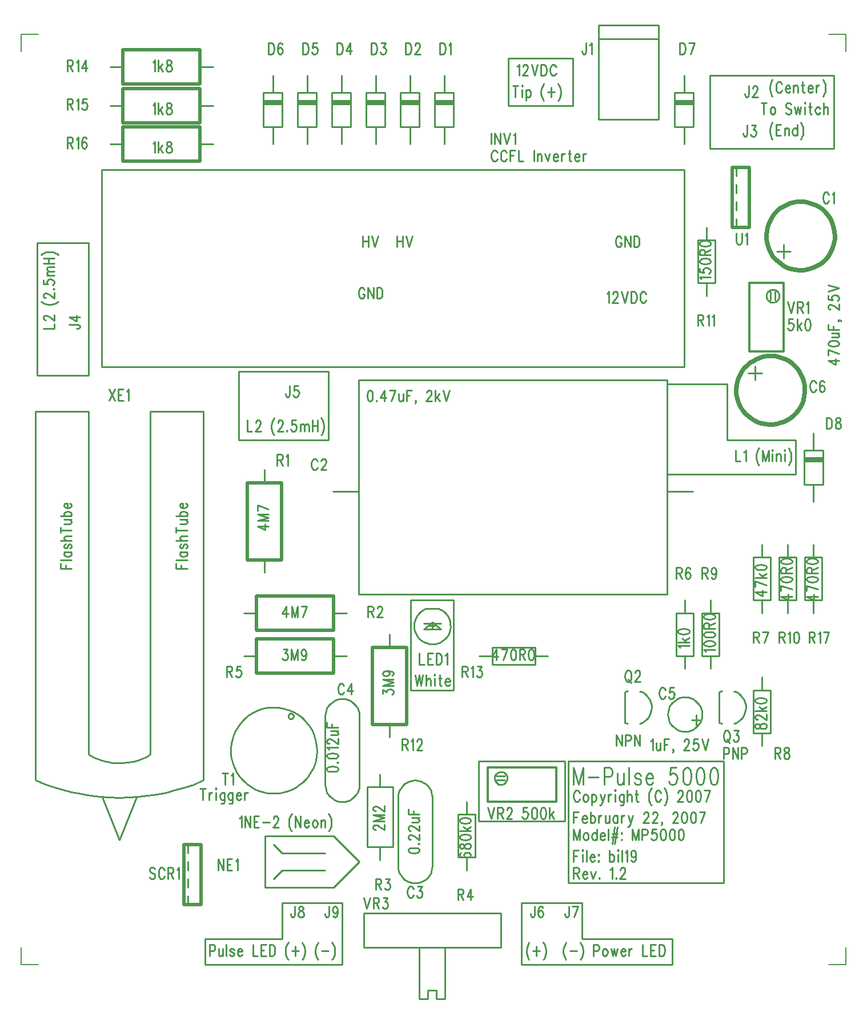
<source format=gbr>
G70*
%FSLAX43Y43*%
G04 Bils Pulser*
%LNKUPFERSEITE2*%
%ADD10C,0.005*%
%ADD11C,0.190*%
%ADD12C,0.100*%
%ADD13C,0.100*%
%ADD14C,0.150*%
%ADD15C,0.080*%
%ADD16C,0.200*%
%ADD17C,0.062*%
%ADD18C,0.080*%
%ADD19C,0.250*%
%ADD20C,0.075*%
%ADD21C,0.050*%
%ADD22C,0.100*%
%ADD23C,0.200*%
%ADD24C,0.010*%
%ADD25C,0.020*%
%ADD26C,0.025*%
%ADD27C,0.012*%
%ADD28C,0.110*%
%ADD29C,0.110*%
%ADD30C,0.160*%
%ADD31C,0.090*%
%ADD32C,0.210*%
%ADD33C,0.072*%
%ADD34C,0.090*%
%ADD35C,0.260*%
%ADD38C,0.185*%
%ADD39C,0.125*%
%ADD40C,0.135*%
%LPD*%
D10*
X2100Y7425D02*
X2000D01*
Y7325*
X6815D02*
Y7425D01*
X6715*
Y2000D02*
X6815D01*
Y2100*
X2000D02*
Y2000D01*
X2100*
D24*
X5770Y5385D02*
X6120D01*
Y5060*
X6520*
Y4860*
X5770*
Y5385*
X6020Y7185D02*
X6745D01*
Y6760*
X6020*
Y7185*
X2095Y6210D02*
X2395D01*
Y5435*
X2095*
Y6210*
X5195Y3185D02*
X6100D01*
Y2475*
X5195*
Y3185*
X4845Y7285D02*
X5220D01*
Y7010*
X4845*
Y7285*
X3525Y2360D02*
X3875D01*
Y2000*
X3075*
Y2150*
X3525*
Y2360*
X4670Y3185D02*
X5175D01*
Y2835*
X4670*
Y3185*
X4275Y4125D02*
X4525D01*
Y3600*
X4275*
Y4125*
X3270Y5460D02*
X3795D01*
Y5060*
X3270*
Y5460*
X4920Y2360D02*
X5275D01*
Y2150*
X5800*
Y2000*
X4920*
Y2360*
X5720Y6930D02*
X5370D01*
Y7480*
X5720*
Y6930*
Y7400D02*
X5370D01*
X5940Y3395D02*
Y3455D01*
X5960Y3425D02*
X5915D01*
X5975Y3460D02*
X5973Y3475D01*
X5970Y3490*
X5964Y3505*
X5955Y3518*
X5945Y3530*
X5933Y3540*
X5920Y3549*
X5905Y3555*
X5890Y3558*
X5875Y3560*
X5859Y3558*
X5844Y3555*
X5829Y3549*
X5816Y3540*
X5804Y3530*
X5794Y3518*
X5785Y3505*
X5779Y3490*
X5776Y3475*
X5775Y3460*
X5776Y3444*
X5779Y3429*
X5785Y3414*
X5794Y3401*
X5804Y3389*
X5816Y3379*
X5829Y3370*
X5844Y3364*
X5859Y3361*
X5875Y3360*
X5890Y3361*
X5905Y3364*
X5920Y3370*
X5933Y3379*
X5945Y3389*
X5955Y3401*
X5964Y3414*
X5970Y3429*
X5973Y3444*
X5975Y3460*
X5925Y6885D02*
X5815D01*
Y7085*
X5925*
Y6885*
X5870Y7085D02*
Y7185D01*
X5815Y7020D02*
X5925D01*
X5815Y7030D02*
X5925D01*
X5815Y7040D02*
X5925D01*
X5870Y6885D02*
Y6785D01*
X5815Y7025D02*
X5925D01*
X5815Y7035D02*
X5925D01*
X3420Y4810D02*
Y4885D01*
Y4360D02*
Y4285D01*
X6175Y6300D02*
Y6350D01*
Y6400D02*
Y6450D01*
Y6500D02*
Y6550D01*
Y6600D02*
Y6650D01*
X6285Y5410D02*
Y5490D01*
X6325Y5450D02*
X6245D01*
X2975Y2350D02*
Y2400D01*
Y2450D02*
Y2500D01*
Y2550D02*
Y2600D01*
Y2650D02*
Y2700D01*
X3726Y3250D02*
X3725Y3274D01*
X3721Y3299*
X3715Y3323*
X3706Y3347*
X3696Y3369*
X3683Y3390*
X3668Y3410*
X3651Y3429*
X3632Y3445*
X3612Y3460*
X3591Y3472*
X3568Y3483*
X3544Y3491*
X3520Y3497*
X3495Y3500*
X3471Y3501*
X3446Y3499*
X3421Y3495*
X3397Y3489*
X3374Y3480*
X3352Y3469*
X3330Y3455*
X3311Y3440*
X3293Y3423*
X3276Y3404*
X3262Y3384*
X3250Y3362*
X3240Y3339*
X3232Y3316*
X3227Y3291*
X3224Y3267*
X3223Y3242*
X3225Y3217*
X3230Y3192*
X3237Y3168*
X3246Y3145*
X3257Y3123*
X3271Y3102*
X3286Y3083*
X3304Y3065*
X3323Y3049*
X3344Y3035*
X3365Y3023*
X3388Y3013*
X3412Y3006*
X3437Y3001*
X3461Y2999*
X3486Y2999*
X3511Y3001*
X3535Y3006*
X3559Y3013*
X3582Y3023*
X3604Y3034*
X3625Y3048*
X3644Y3064*
X3662Y3082*
X3677Y3101*
X3691Y3122*
X3703Y3144*
X3712Y3167*
X3719Y3191*
X3723Y3215*
X3726Y3240*
X3726Y3250*
X3590Y3450D02*
X3589Y3456D01*
X3585Y3461*
X3580Y3464*
X3574Y3465*
X3568Y3464*
X3562Y3460*
X3559Y3454*
X3559Y3448*
X3561Y3442*
X3565Y3437*
X3571Y3434*
X3577Y3434*
X3583Y3436*
X3588Y3441*
X3590Y3446*
X3590Y3450*
X5770Y4160D02*
X3970D01*
Y5410*
X5770*
Y4160*
X3970Y4760D02*
X3820D01*
X5920D02*
X5770D01*
X3065Y5225D02*
X2755D01*
Y3225*
X2395Y3225D02*
X2420Y3210D01*
X2447Y3199*
X2475Y3189*
X2503Y3182*
X2532Y3177*
X2562Y3175*
X2591Y3175*
X2620Y3178*
X2649Y3183*
X2678Y3190*
X2705Y3200*
X2732Y3212*
X2754Y3225*
X2395Y3225D02*
Y5225D01*
X2085*
Y3075*
X2136Y3054*
X2188Y3036*
X2242Y3020*
X2295Y3006*
X2350Y2995*
X2405Y2986*
X2460Y2980*
X2515Y2976*
X2571Y2974*
X2626Y2975*
X2682Y2979*
X2737Y2985*
X2792Y2993*
X2846Y3004*
X2900Y3018*
X2953Y3033*
X3006Y3051*
X3058Y3072*
X3064Y3075*
X3065Y5225*
X2675Y2975D02*
X2575Y2725D01*
X2475Y2975*
X4400D02*
X4398Y2990D01*
X4395Y3005*
X4389Y3020*
X4380Y3033*
X4370Y3045*
X4358Y3055*
X4345Y3064*
X4330Y3070*
X4315Y3073*
X4300Y3075*
X4284Y3073*
X4269Y3070*
X4254Y3064*
X4241Y3055*
X4229Y3045*
X4219Y3033*
X4210Y3020*
X4204Y3005*
X4201Y2990*
X4200Y2975*
Y2575*
X4201Y2559*
X4204Y2544*
X4210Y2529*
X4219Y2516*
X4229Y2504*
X4241Y2494*
X4254Y2485*
X4269Y2479*
X4284Y2476*
X4300Y2475*
X4315Y2476*
X4330Y2479*
X4345Y2485*
X4358Y2494*
X4370Y2504*
X4380Y2516*
X4389Y2529*
X4395Y2544*
X4398Y2559*
X4400Y2575*
Y2975*
X3425Y2450D02*
X3825D01*
X3975Y2600*
X3825Y2750*
X3425*
Y2450*
X3475Y2700D02*
X3525Y2650D01*
X3775*
Y2550D02*
X3525D01*
X3475Y2500*
X5875Y4050D02*
Y4125D01*
X5825Y4050D02*
X5925D01*
Y3800*
X5825*
Y4050*
X5875Y3800D02*
Y3725D01*
X6160Y3405D02*
X6174Y3410D01*
X6188Y3418*
X6200Y3428*
X6210Y3440*
X6218Y3453*
X6225Y3468*
X6228Y3483*
X6230Y3498*
X6229Y3514*
X6225Y3529*
X6219Y3544*
X6211Y3557*
X6201Y3569*
X6189Y3579*
X6176Y3588*
X6162Y3594*
X6160Y3594*
X6090Y3405D02*
X6075Y3410D01*
Y3590*
X6090Y3595*
X6025Y4050D02*
Y4125D01*
X5975Y4050D02*
X6075D01*
Y3800*
X5975*
Y4050*
X6025Y3800D02*
Y3725D01*
X6325Y4125D02*
Y4050D01*
X6375Y4125D02*
X6275D01*
Y4375*
X6375*
Y4125*
X6325Y4375D02*
Y4450D01*
X2470Y5485D02*
X5870D01*
Y6635*
X2470*
Y5485*
X6680Y4800D02*
X6570D01*
Y5000*
X6680*
Y4800*
X6625Y5000D02*
Y5100D01*
X6570Y4935D02*
X6680D01*
X6570Y4945D02*
X6680D01*
X6570Y4955D02*
X6680D01*
X6625Y4800D02*
Y4700D01*
X6570Y4940D02*
X6680D01*
X6570Y4950D02*
X6680D01*
X3525Y6885D02*
X3415D01*
Y7085*
X3525*
Y6885*
X3470Y7085D02*
Y7185D01*
X3415Y7020D02*
X3525D01*
X3415Y7030D02*
X3525D01*
X3415Y7040D02*
X3525D01*
X3470Y6885D02*
Y6785D01*
X3415Y7025D02*
X3525D01*
X3415Y7035D02*
X3525D01*
X3725Y6885D02*
X3615D01*
Y7085*
X3725*
Y6885*
X3670Y7085D02*
Y7185D01*
X3615Y7020D02*
X3725D01*
X3615Y7030D02*
X3725D01*
X3615Y7040D02*
X3725D01*
X3670Y6885D02*
Y6785D01*
X3615Y7025D02*
X3725D01*
X3615Y7035D02*
X3725D01*
X3925Y6885D02*
X3815D01*
Y7085*
X3925*
Y6885*
X3870Y7085D02*
Y7185D01*
X3815Y7020D02*
X3925D01*
X3815Y7030D02*
X3925D01*
X3815Y7040D02*
X3925D01*
X3870Y6885D02*
Y6785D01*
X3815Y7025D02*
X3925D01*
X3815Y7035D02*
X3925D01*
X4125Y6885D02*
X4015D01*
Y7085*
X4125*
Y6885*
X4070Y7085D02*
Y7185D01*
X4015Y7020D02*
X4125D01*
X4015Y7030D02*
X4125D01*
X4015Y7040D02*
X4125D01*
X4070Y6885D02*
Y6785D01*
X4015Y7025D02*
X4125D01*
X4015Y7035D02*
X4125D01*
X4325Y6885D02*
X4215D01*
Y7085*
X4325*
Y6885*
X4270Y7085D02*
Y7185D01*
X4215Y7020D02*
X4325D01*
X4215Y7030D02*
X4325D01*
X4215Y7040D02*
X4325D01*
X4270Y6885D02*
Y6785D01*
X4215Y7025D02*
X4325D01*
X4215Y7035D02*
X4325D01*
X4525Y6885D02*
X4415D01*
Y7085*
X4525*
Y6885*
X4470Y7085D02*
Y7185D01*
X4415Y7020D02*
X4525D01*
X4415Y7030D02*
X4525D01*
X4415Y7040D02*
X4525D01*
X4470Y6885D02*
Y6785D01*
X4415Y7025D02*
X4525D01*
X4415Y7035D02*
X4525D01*
X3375Y4050D02*
X3300D01*
X3825D02*
X3900D01*
X3375Y3800D02*
X3300D01*
X3825D02*
X3900D01*
X4150Y3850D02*
Y3925D01*
Y3400D02*
Y3325D01*
X4020Y2685D02*
Y3035D01*
X4170*
Y2685*
X4020*
X4095Y2610D02*
Y2685D01*
Y3035D02*
Y3110D01*
X4600Y2875D02*
Y2950D01*
X4550Y2875D02*
X4650D01*
Y2625*
X4550*
Y2875*
X4600Y2625D02*
Y2550D01*
X3975Y3450D02*
X3973Y3465D01*
X3970Y3480*
X3964Y3495*
X3955Y3508*
X3945Y3520*
X3933Y3530*
X3920Y3539*
X3905Y3545*
X3890Y3548*
X3875Y3550*
X3859Y3548*
X3844Y3545*
X3829Y3539*
X3816Y3530*
X3804Y3520*
X3794Y3508*
X3785Y3495*
X3779Y3480*
X3776Y3465*
X3775Y3450*
Y3050*
X3776Y3034*
X3779Y3019*
X3785Y3004*
X3794Y2991*
X3804Y2979*
X3816Y2969*
X3829Y2960*
X3844Y2954*
X3859Y2951*
X3875Y2950*
X3890Y2951*
X3905Y2954*
X3920Y2960*
X3933Y2969*
X3945Y2979*
X3955Y2991*
X3964Y3004*
X3970Y3019*
X3973Y3034*
X3975Y3050*
Y3450*
X6000Y5975D02*
Y5900D01*
X6050Y5975D02*
X5950D01*
Y6225*
X6050*
Y5975*
X6000Y6225D02*
Y6300D01*
X6425Y5900D02*
X6423Y5909D01*
X6420Y5918*
X6414Y5926*
X6406Y5932*
X6397Y5936*
X6388Y5937*
X6378Y5936*
X6369Y5932*
X6361Y5927*
X6355Y5919*
X6351Y5911*
X6350Y5901*
X6350Y5891*
X6354Y5882*
X6359Y5874*
X6366Y5868*
X6375Y5864*
X6385Y5862*
X6394Y5863*
X6403Y5866*
X6411Y5871*
X6418Y5878*
X6422Y5887*
X6424Y5896*
X6425Y5900*
X6375Y5875D02*
Y5925D01*
X6400Y5875D02*
Y5925D01*
X4400Y3995D02*
X4350Y3955D01*
X4450*
X4400Y3995*
X4350Y3990D02*
X4450D01*
X4400Y3955D02*
Y3990D01*
X4385Y3975D02*
X4415D01*
X4360Y4075D02*
X4440D01*
X4360D02*
X4345Y4067D01*
X4332Y4058*
X4320Y4047*
X4310Y4034*
X4303Y4020*
X4297Y4004*
X4294Y3988*
X4293Y3972*
X4295Y3956*
X4299Y3940*
X4306Y3926*
X4315Y3912*
X4325Y3900*
X4338Y3889*
X4352Y3881*
X4367Y3875*
X4382Y3871*
X4398Y3870*
X4415Y3871*
X4430Y3874*
X4446Y3880*
X4460Y3888*
X4472Y3898*
X4483Y3910*
X4492Y3924*
X4499Y3939*
X4504Y3954*
X4506Y3970*
X4505Y3986*
X4503Y4002*
X4497Y4018*
X4490Y4032*
X4480Y4045*
X4469Y4057*
X4456Y4066*
X4441Y4074*
X4439Y4075*
X5610Y3405D02*
X5624Y3410D01*
X5638Y3418*
X5650Y3428*
X5660Y3440*
X5668Y3453*
X5675Y3468*
X5678Y3483*
X5680Y3498*
X5679Y3514*
X5675Y3529*
X5669Y3544*
X5661Y3557*
X5651Y3569*
X5639Y3579*
X5626Y3588*
X5612Y3594*
X5610Y3594*
X5540Y3405D02*
X5525Y3410D01*
Y3590*
X5540Y3595*
X4750Y3800D02*
X4675D01*
X4750Y3750D02*
Y3850D01*
X5000*
Y3750*
X4750*
X5000Y3800D02*
X5075D01*
X6325Y3350D02*
Y3275D01*
X6375Y3350D02*
X6275D01*
Y3600*
X6375*
Y3350*
X6325Y3600D02*
Y3675D01*
X2595Y7235D02*
X2520D01*
X3045D02*
X3120D01*
X2595Y7010D02*
X2520D01*
X3045D02*
X3120D01*
X3045Y6785D02*
X3120D01*
X2595D02*
X2520D01*
X4837Y3087D02*
X4836Y3097D01*
X4832Y3106*
X4826Y3113*
X4819Y3119*
X4810Y3123*
X4800Y3124*
X4791Y3123*
X4782Y3120*
X4774Y3114*
X4768Y3107*
X4764Y3098*
X4762Y3089*
X4763Y3079*
X4766Y3070*
X4772Y3062*
X4779Y3056*
X4788Y3051*
X4797Y3050*
X4807Y3050*
X4816Y3053*
X4824Y3059*
X4830Y3066*
X4835Y3074*
X4837Y3084*
X4837Y3087*
X4825Y3075D02*
X4775D01*
X4825Y3100D02*
X4775D01*
X6475Y4375D02*
Y4450D01*
X6425Y4375D02*
X6525D01*
Y4125*
X6425*
Y4375*
X6475Y4125D02*
Y4050D01*
X6490Y6160D02*
X6410D01*
X6450Y6200D02*
Y6120D01*
X6625Y4125D02*
Y4050D01*
X6675Y4125D02*
X6575D01*
Y4375*
X6675*
Y4125*
X6625Y4375D02*
Y4450D01*
X4000Y2300D02*
X4800D01*
Y2100*
X4000*
Y2300*
X4325Y2100D02*
Y1800D01*
X4375*
Y1850*
X4425*
Y1800*
X4475*
Y2100*
X5297Y7375D02*
Y7325D01*
X5295Y7316*
X5293Y7313*
X5288Y7310*
X5284*
X5279Y7313*
X5277Y7316*
X5275Y7325*
Y7331*
X5318Y7363D02*
X5322Y7366D01*
X5329Y7375*
Y7310*
X5759Y3600D02*
X5756Y3606D01*
X5752Y3612*
X5747Y3615*
X5738*
X5734Y3612*
X5729Y3606*
X5727Y3600*
X5725Y3590*
Y3575*
X5727Y3565*
X5729Y3559*
X5734Y3553*
X5738Y3550*
X5747*
X5752Y3553*
X5756Y3559*
X5759Y3565*
X5809Y3615D02*
X5786D01*
X5784Y3587*
X5786Y3590*
X5793Y3593*
X5799*
X5806Y3590*
X5811Y3584*
X5813Y3575*
X5811Y3568*
X5809Y3559*
X5804Y3553*
X5797Y3550*
X5790*
X5784Y3553*
X5781Y3556*
X5779Y3562*
X5845Y7375D02*
Y7310D01*
Y7375D02*
X5860D01*
X5867Y7372*
X5872Y7366*
X5874Y7360*
X5876Y7350*
Y7335*
X5874Y7325*
X5872Y7319*
X5867Y7313*
X5860Y7310*
X5845*
X5929Y7375D02*
X5906Y7310D01*
X5897Y7375D02*
X5929D01*
X3495Y4975D02*
Y4910D01*
Y4975D02*
X3515D01*
X3522Y4972*
X3524Y4969*
X3526Y4963*
Y4956*
X3524Y4950*
X3522Y4947*
X3515Y4944*
X3495*
X3510D02*
X3526Y4910D01*
X3547Y4963D02*
X3551Y4966D01*
X3558Y4975*
Y4910*
X6247Y7125D02*
Y7075D01*
X6245Y7066*
X6243Y7063*
X6238Y7060*
X6234*
X6229Y7063*
X6227Y7066*
X6225Y7075*
Y7081*
X6270Y7110D02*
Y7113D01*
X6272Y7119*
X6274Y7122*
X6279Y7125*
X6288*
X6293Y7122*
X6295Y7119*
X6297Y7113*
Y7106*
X6295Y7100*
X6290Y7091*
X6268Y7060*
X6299*
X6237Y6895D02*
Y6845D01*
X6235Y6836*
X6233Y6833*
X6228Y6830*
X6224*
X6219Y6833*
X6217Y6836*
X6215Y6845*
Y6851*
X6262Y6895D02*
X6287D01*
X6274Y6870*
X6280*
X6285Y6867*
X6287Y6864*
X6289Y6855*
Y6848*
X6287Y6839*
X6283Y6833*
X6276Y6830*
X6269*
X6262Y6833*
X6260Y6836*
X6258Y6842*
X6175Y6265D02*
Y6218D01*
X6177Y6209*
X6181Y6203*
X6188Y6200*
X6193*
X6200Y6203*
X6204Y6209*
X6206Y6218*
Y6265*
X6227Y6253D02*
X6231Y6256D01*
X6238Y6265*
Y6200*
X6639Y5390D02*
X6636Y5396D01*
X6632Y5402*
X6627Y5405*
X6618*
X6614Y5402*
X6609Y5396*
X6607Y5390*
X6605Y5380*
Y5365*
X6607Y5355*
X6609Y5349*
X6614Y5343*
X6618Y5340*
X6627*
X6632Y5343*
X6636Y5349*
X6639Y5355*
X6686Y5396D02*
X6684Y5402D01*
X6677Y5405*
X6673*
X6666Y5402*
X6661Y5393*
X6659Y5377*
Y5361*
X6661Y5349*
X6666Y5343*
X6673Y5340*
X6675*
X6682Y5343*
X6686Y5349*
X6689Y5358*
Y5361*
X6686Y5371*
X6682Y5377*
X6675Y5380*
X6673*
X6666Y5377*
X6661Y5371*
X6659Y5361*
X2781Y2556D02*
X2777Y2562D01*
X2770Y2565*
X2761*
X2754Y2562*
X2750Y2556*
Y2550*
X2752Y2543*
X2754Y2540*
X2759Y2537*
X2772Y2531*
X2777Y2528*
X2779Y2525*
X2781Y2518*
Y2509*
X2777Y2503*
X2770Y2500*
X2761*
X2754Y2503*
X2750Y2509*
X2836Y2550D02*
X2834Y2556D01*
X2829Y2562*
X2824Y2565*
X2815*
X2811Y2562*
X2806Y2556*
X2804Y2550*
X2802Y2540*
Y2525*
X2804Y2515*
X2806Y2509*
X2811Y2503*
X2815Y2500*
X2824*
X2829Y2503*
X2834Y2509*
X2836Y2515*
X2856Y2565D02*
Y2500D01*
Y2565D02*
X2877D01*
X2884Y2562*
X2886Y2559*
X2888Y2553*
Y2546*
X2886Y2540*
X2884Y2537*
X2877Y2534*
X2856*
X2872D02*
X2888Y2500D01*
X2909Y2553D02*
X2913Y2556D01*
X2920Y2565*
Y2500*
X3190Y3115D02*
Y3050D01*
X3175Y3115D02*
X3206D01*
X3227Y3103D02*
X3231Y3106D01*
X3238Y3115*
Y3050*
X3729Y4935D02*
X3726Y4941D01*
X3722Y4947*
X3717Y4950*
X3708*
X3704Y4947*
X3699Y4941*
X3697Y4935*
X3695Y4925*
Y4910*
X3697Y4900*
X3699Y4894*
X3704Y4888*
X3708Y4885*
X3717*
X3722Y4888*
X3726Y4894*
X3729Y4900*
X3751Y4935D02*
Y4938D01*
X3754Y4944*
X3756Y4947*
X3760Y4950*
X3769*
X3774Y4947*
X3776Y4944*
X3779Y4938*
Y4931*
X3776Y4925*
X3772Y4916*
X3749Y4885*
X3781*
X2515Y5355D02*
X2546Y5290D01*
Y5355D02*
X2515Y5290D01*
X2567Y5355D02*
Y5290D01*
Y5355D02*
X2596D01*
X2567Y5324D02*
X2585D01*
X2567Y5290D02*
X2596D01*
X2617Y5343D02*
X2621Y5346D01*
X2628Y5355*
Y5290*
X4289Y2440D02*
X4286Y2446D01*
X4282Y2452*
X4277Y2455*
X4268*
X4264Y2452*
X4259Y2446*
X4257Y2440*
X4255Y2430*
Y2415*
X4257Y2405*
X4259Y2399*
X4264Y2393*
X4268Y2390*
X4277*
X4282Y2393*
X4286Y2399*
X4289Y2405*
X4314Y2455D02*
X4339D01*
X4325Y2430*
X4332*
X4336Y2427*
X4339Y2424*
X4341Y2415*
Y2408*
X4339Y2399*
X4334Y2393*
X4327Y2390*
X4320*
X4314Y2393*
X4311Y2396*
X4309Y2402*
X3150Y2615D02*
Y2550D01*
Y2615D02*
X3181Y2550D01*
Y2615D02*
Y2550D01*
X3202Y2615D02*
Y2550D01*
Y2615D02*
X3231D01*
X3202Y2584D02*
X3220D01*
X3202Y2550D02*
X3231D01*
X3252Y2603D02*
X3256Y2606D01*
X3263Y2615*
Y2550*
X5825Y4315D02*
Y4250D01*
Y4315D02*
X5845D01*
X5852Y4312*
X5854Y4309*
X5856Y4303*
Y4296*
X5854Y4290*
X5852Y4287*
X5845Y4284*
X5825*
X5840D02*
X5856Y4250D01*
X5904Y4306D02*
X5902Y4312D01*
X5895Y4315*
X5890*
X5884Y4312*
X5879Y4303*
X5877Y4287*
Y4271*
X5879Y4259*
X5884Y4253*
X5890Y4250*
X5893*
X5899Y4253*
X5904Y4259*
X5906Y4268*
Y4271*
X5904Y4281*
X5899Y4287*
X5893Y4290*
X5890*
X5884Y4287*
X5879Y4281*
X5877Y4271*
X6113Y3365D02*
X6109Y3362D01*
X6104Y3356*
X6102Y3350*
X6100Y3340*
Y3325*
X6102Y3315*
X6104Y3309*
X6109Y3303*
X6113Y3300*
X6122*
X6127Y3303*
X6131Y3309*
X6134Y3315*
X6136Y3325*
Y3340*
X6134Y3350*
X6131Y3356*
X6127Y3362*
X6122Y3365*
X6113*
X6120Y3312D02*
X6134Y3293D01*
X6161Y3365D02*
X6186D01*
X6172Y3340*
X6179*
X6184Y3337*
X6186Y3334*
X6188Y3325*
Y3318*
X6186Y3309*
X6181Y3303*
X6174Y3300*
X6168*
X6161Y3303*
X6159Y3306*
X6156Y3312*
X5975Y4315D02*
Y4250D01*
Y4315D02*
X5995D01*
X6002Y4312*
X6004Y4309*
X6006Y4303*
Y4296*
X6004Y4290*
X6002Y4287*
X5995Y4284*
X5975*
X5990D02*
X6006Y4250D01*
X6056Y4293D02*
X6054Y4284D01*
X6049Y4278*
X6043Y4275*
X6040*
X6034Y4278*
X6029Y4284*
X6027Y4293*
Y4296*
X6029Y4306*
X6034Y4312*
X6040Y4315*
X6043*
X6049Y4312*
X6054Y4306*
X6056Y4293*
Y4278*
X6054Y4262*
X6049Y4253*
X6043Y4250*
X6038*
X6031Y4253*
X6029Y4259*
X2279Y5732D02*
X2329D01*
X2338Y5730*
X2341Y5728*
X2345Y5723*
Y5719*
X2341Y5714*
X2338Y5712*
X2329Y5710*
X2323*
X2279Y5775D02*
X2323Y5753D01*
Y5787*
X2279Y5775D02*
X2345D01*
X6275Y3940D02*
Y3875D01*
Y3940D02*
X6295D01*
X6302Y3937*
X6304Y3934*
X6306Y3928*
Y3921*
X6304Y3915*
X6302Y3912*
X6295Y3909*
X6275*
X6290D02*
X6306Y3875D01*
X6359Y3940D02*
X6336Y3875D01*
X6327Y3940D02*
X6359D01*
X3567Y5375D02*
Y5325D01*
X3565Y5316*
X3563Y5313*
X3558Y5310*
X3554*
X3549Y5313*
X3547Y5316*
X3545Y5325*
Y5331*
X3617Y5375D02*
X3594D01*
X3592Y5347*
X3594Y5350*
X3601Y5353*
X3608*
X3615Y5350*
X3619Y5344*
X3622Y5335*
X3619Y5328*
X3617Y5319*
X3613Y5313*
X3606Y5310*
X3599*
X3592Y5313*
X3590Y5316*
X3588Y5322*
X4745Y6850D02*
Y6785D01*
X4765Y6850D02*
Y6785D01*
Y6850D02*
X4797Y6785D01*
Y6850D02*
Y6785D01*
X4817Y6850D02*
X4835Y6785D01*
X4854Y6850D02*
X4835Y6785D01*
X4874Y6838D02*
X4879Y6841D01*
X4885Y6850*
Y6785*
X6700Y5190D02*
Y5125D01*
Y5190D02*
X6715D01*
X6722Y5187*
X6727Y5181*
X6729Y5175*
X6731Y5165*
Y5150*
X6729Y5140*
X6727Y5134*
X6722Y5128*
X6715Y5125*
X6700*
X6763Y5190D02*
X6756Y5187D01*
X6754Y5181*
Y5175*
X6756Y5168*
X6761Y5165*
X6770Y5162*
X6777Y5159*
X6781Y5153*
X6784Y5146*
Y5137*
X6781Y5131*
X6779Y5128*
X6772Y5125*
X6763*
X6756Y5128*
X6754Y5131*
X6752Y5137*
Y5146*
X6754Y5153*
X6759Y5159*
X6765Y5162*
X6774Y5165*
X6779Y5168*
X6781Y5175*
Y5181*
X6779Y5187*
X6772Y5190*
X6763*
X3445Y7375D02*
Y7310D01*
Y7375D02*
X3460D01*
X3467Y7372*
X3472Y7366*
X3474Y7360*
X3476Y7350*
Y7335*
X3474Y7325*
X3472Y7319*
X3467Y7313*
X3460Y7310*
X3445*
X3524Y7366D02*
X3522Y7372D01*
X3515Y7375*
X3510*
X3504Y7372*
X3499Y7363*
X3497Y7347*
Y7331*
X3499Y7319*
X3504Y7313*
X3510Y7310*
X3513*
X3519Y7313*
X3524Y7319*
X3526Y7328*
Y7331*
X3524Y7341*
X3519Y7347*
X3513Y7350*
X3510*
X3504Y7347*
X3499Y7341*
X3497Y7331*
X3645Y7375D02*
Y7310D01*
Y7375D02*
X3660D01*
X3667Y7372*
X3672Y7366*
X3674Y7360*
X3676Y7350*
Y7335*
X3674Y7325*
X3672Y7319*
X3667Y7313*
X3660Y7310*
X3645*
X3726Y7375D02*
X3704D01*
X3701Y7347*
X3704Y7350*
X3710Y7353*
X3717*
X3724Y7350*
X3729Y7344*
X3731Y7335*
X3729Y7328*
X3726Y7319*
X3722Y7313*
X3715Y7310*
X3708*
X3701Y7313*
X3699Y7316*
X3697Y7322*
X3845Y7375D02*
Y7310D01*
Y7375D02*
X3860D01*
X3867Y7372*
X3872Y7366*
X3874Y7360*
X3876Y7350*
Y7335*
X3874Y7325*
X3872Y7319*
X3867Y7313*
X3860Y7310*
X3845*
X3919Y7375D02*
X3897Y7331D01*
X3931*
X3919Y7375D02*
Y7310D01*
X4045Y7375D02*
Y7310D01*
Y7375D02*
X4060D01*
X4067Y7372*
X4072Y7366*
X4074Y7360*
X4076Y7350*
Y7335*
X4074Y7325*
X4072Y7319*
X4067Y7313*
X4060Y7310*
X4045*
X4101Y7375D02*
X4126D01*
X4113Y7350*
X4119*
X4124Y7347*
X4126Y7344*
X4129Y7335*
Y7328*
X4126Y7319*
X4122Y7313*
X4115Y7310*
X4108*
X4101Y7313*
X4099Y7316*
X4097Y7322*
X4245Y7375D02*
Y7310D01*
Y7375D02*
X4260D01*
X4267Y7372*
X4272Y7366*
X4274Y7360*
X4276Y7350*
Y7335*
X4274Y7325*
X4272Y7319*
X4267Y7313*
X4260Y7310*
X4245*
X4299Y7360D02*
Y7363D01*
X4301Y7369*
X4304Y7372*
X4308Y7375*
X4317*
X4322Y7372*
X4324Y7369*
X4326Y7363*
Y7356*
X4324Y7350*
X4319Y7341*
X4297Y7310*
X4329*
X4445Y7375D02*
Y7310D01*
Y7375D02*
X4460D01*
X4467Y7372*
X4472Y7366*
X4474Y7360*
X4476Y7350*
Y7335*
X4474Y7325*
X4472Y7319*
X4467Y7313*
X4460Y7310*
X4445*
X4497Y7363D02*
X4501Y7366D01*
X4508Y7375*
Y7310*
X4025Y4090D02*
Y4025D01*
Y4090D02*
X4045D01*
X4052Y4087*
X4054Y4084*
X4056Y4078*
Y4071*
X4054Y4065*
X4052Y4062*
X4045Y4059*
X4025*
X4040D02*
X4056Y4025D01*
X4079Y4075D02*
Y4078D01*
X4081Y4084*
X4084Y4087*
X4088Y4090*
X4097*
X4102Y4087*
X4104Y4084*
X4106Y4078*
Y4071*
X4104Y4065*
X4099Y4056*
X4077Y4025*
X4109*
X3200Y3740D02*
Y3675D01*
Y3740D02*
X3220D01*
X3227Y3737*
X3229Y3734*
X3231Y3728*
Y3721*
X3229Y3715*
X3227Y3712*
X3220Y3709*
X3200*
X3215D02*
X3231Y3675D01*
X3281Y3740D02*
X3259D01*
X3256Y3712*
X3259Y3715*
X3265Y3718*
X3272*
X3279Y3715*
X3284Y3709*
X3286Y3700*
X3284Y3693*
X3281Y3684*
X3277Y3678*
X3270Y3675*
X3263*
X3256Y3678*
X3254Y3681*
X3252Y3687*
X4225Y3315D02*
Y3250D01*
Y3315D02*
X4245D01*
X4252Y3312*
X4254Y3309*
X4256Y3303*
Y3296*
X4254Y3290*
X4252Y3287*
X4245Y3284*
X4225*
X4240D02*
X4256Y3250D01*
X4277Y3303D02*
X4281Y3306D01*
X4288Y3315*
Y3250*
X4311Y3300D02*
Y3303D01*
X4313Y3309*
X4315Y3312*
X4320Y3315*
X4329*
X4334Y3312*
X4336Y3309*
X4338Y3303*
Y3296*
X4336Y3290*
X4331Y3281*
X4309Y3250*
X4340*
X4070Y2500D02*
Y2435D01*
Y2500D02*
X4090D01*
X4097Y2497*
X4099Y2494*
X4101Y2488*
Y2481*
X4099Y2475*
X4097Y2472*
X4090Y2469*
X4070*
X4085D02*
X4101Y2435D01*
X4126Y2500D02*
X4151D01*
X4138Y2475*
X4144*
X4149Y2472*
X4151Y2469*
X4154Y2460*
Y2453*
X4151Y2444*
X4147Y2438*
X4140Y2435*
X4133*
X4126Y2438*
X4124Y2441*
X4122Y2447*
X4550Y2440D02*
Y2375D01*
Y2440D02*
X4570D01*
X4577Y2437*
X4579Y2434*
X4581Y2428*
Y2421*
X4579Y2415*
X4577Y2412*
X4570Y2409*
X4550*
X4565D02*
X4581Y2375D01*
X4624Y2440D02*
X4602Y2396D01*
X4636*
X4624Y2440D02*
Y2375D01*
X3884Y3625D02*
X3881Y3631D01*
X3877Y3637*
X3872Y3640*
X3863*
X3859Y3637*
X3854Y3631*
X3852Y3625*
X3850Y3615*
Y3600*
X3852Y3590*
X3854Y3584*
X3859Y3578*
X3863Y3575*
X3872*
X3877Y3578*
X3881Y3584*
X3884Y3590*
X3927Y3640D02*
X3904Y3596D01*
X3938*
X3927Y3640D02*
Y3575D01*
X5950Y5790D02*
Y5725D01*
Y5790D02*
X5970D01*
X5977Y5787*
X5979Y5784*
X5981Y5778*
Y5771*
X5979Y5765*
X5977Y5762*
X5970Y5759*
X5950*
X5965D02*
X5981Y5725D01*
X6002Y5778D02*
X6006Y5781D01*
X6013Y5790*
Y5725*
X6034Y5778D02*
X6038Y5781D01*
X6045Y5790*
Y5725*
X6475Y5865D02*
X6493Y5800D01*
X6511Y5865D02*
X6493Y5800D01*
X6531Y5865D02*
Y5800D01*
Y5865D02*
X6552D01*
X6559Y5862*
X6561Y5859*
X6563Y5853*
Y5846*
X6561Y5840*
X6559Y5837*
X6552Y5834*
X6531*
X6547D02*
X6563Y5800D01*
X6584Y5853D02*
X6588Y5856D01*
X6595Y5865*
Y5800*
X3597Y2340D02*
Y2290D01*
X3595Y2281*
X3593Y2278*
X3588Y2275*
X3584*
X3579Y2278*
X3577Y2281*
X3575Y2290*
Y2296*
X3629Y2340D02*
X3622Y2337D01*
X3620Y2331*
Y2325*
X3622Y2318*
X3627Y2315*
X3636Y2312*
X3643Y2309*
X3647Y2303*
X3649Y2296*
Y2287*
X3647Y2281*
X3645Y2278*
X3638Y2275*
X3629*
X3622Y2278*
X3620Y2281*
X3618Y2287*
Y2296*
X3620Y2303*
X3624Y2309*
X3631Y2312*
X3640Y2315*
X3645Y2318*
X3647Y2325*
Y2331*
X3645Y2337*
X3638Y2340*
X3629*
X4325Y3815D02*
Y3750D01*
X4352*
X4372Y3815D02*
Y3750D01*
Y3815D02*
X4402D01*
X4372Y3784D02*
X4390D01*
X4372Y3750D02*
X4402D01*
X4422Y3815D02*
Y3750D01*
Y3815D02*
X4438D01*
X4445Y3812*
X4449Y3806*
X4452Y3800*
X4454Y3790*
Y3775*
X4452Y3765*
X4449Y3759*
X4445Y3753*
X4438Y3750*
X4422*
X4474Y3803D02*
X4479Y3806D01*
X4486Y3815*
Y3750*
X5538Y3715D02*
X5534Y3712D01*
X5529Y3706*
X5527Y3700*
X5525Y3690*
Y3675*
X5527Y3665*
X5529Y3659*
X5534Y3653*
X5538Y3650*
X5547*
X5552Y3653*
X5556Y3659*
X5559Y3665*
X5561Y3675*
Y3690*
X5559Y3700*
X5556Y3706*
X5552Y3712*
X5547Y3715*
X5538*
X5545Y3662D02*
X5559Y3643D01*
X5584Y3700D02*
Y3703D01*
X5586Y3709*
X5588Y3712*
X5593Y3715*
X5602*
X5606Y3712*
X5609Y3709*
X5611Y3703*
Y3696*
X5609Y3690*
X5604Y3681*
X5581Y3650*
X5613*
X4575Y3740D02*
Y3675D01*
Y3740D02*
X4595D01*
X4602Y3737*
X4604Y3734*
X4606Y3728*
Y3721*
X4604Y3715*
X4602Y3712*
X4595Y3709*
X4575*
X4590D02*
X4606Y3675D01*
X4627Y3728D02*
X4631Y3731D01*
X4638Y3740*
Y3675*
X4663Y3740D02*
X4688D01*
X4674Y3715*
X4681*
X4686Y3712*
X4688Y3709*
X4690Y3700*
Y3693*
X4688Y3684*
X4684Y3678*
X4677Y3675*
X4670*
X4663Y3678*
X4661Y3681*
X4659Y3687*
X6400Y3265D02*
Y3200D01*
Y3265D02*
X6420D01*
X6427Y3262*
X6429Y3259*
X6431Y3253*
Y3246*
X6429Y3240*
X6427Y3237*
X6420Y3234*
X6400*
X6415D02*
X6431Y3200D01*
X6463Y3265D02*
X6456Y3262D01*
X6454Y3256*
Y3250*
X6456Y3243*
X6461Y3240*
X6470Y3237*
X6477Y3234*
X6481Y3228*
X6484Y3221*
Y3212*
X6481Y3206*
X6479Y3203*
X6472Y3200*
X6463*
X6456Y3203*
X6454Y3206*
X6452Y3212*
Y3221*
X6454Y3228*
X6459Y3234*
X6465Y3237*
X6474Y3240*
X6479Y3243*
X6481Y3250*
Y3256*
X6479Y3262*
X6472Y3265*
X6463*
X2270Y7275D02*
Y7210D01*
Y7275D02*
X2290D01*
X2297Y7272*
X2299Y7269*
X2301Y7263*
Y7256*
X2299Y7250*
X2297Y7247*
X2290Y7244*
X2270*
X2285D02*
X2301Y7210D01*
X2322Y7263D02*
X2326Y7266D01*
X2333Y7275*
Y7210*
X2376Y7275D02*
X2354Y7231D01*
X2388*
X2376Y7275D02*
Y7210D01*
X2270Y7050D02*
Y6985D01*
Y7050D02*
X2290D01*
X2297Y7047*
X2299Y7044*
X2301Y7038*
Y7031*
X2299Y7025*
X2297Y7022*
X2290Y7019*
X2270*
X2285D02*
X2301Y6985D01*
X2322Y7038D02*
X2326Y7041D01*
X2333Y7050*
Y6985*
X2383Y7050D02*
X2360D01*
X2358Y7022*
X2360Y7025*
X2367Y7028*
X2374*
X2381Y7025*
X2385Y7019*
X2388Y7010*
X2385Y7003*
X2383Y6994*
X2379Y6988*
X2372Y6985*
X2365*
X2358Y6988*
X2356Y6991*
X2354Y6997*
X2270Y6825D02*
Y6760D01*
Y6825D02*
X2290D01*
X2297Y6822*
X2299Y6819*
X2301Y6813*
Y6806*
X2299Y6800*
X2297Y6797*
X2290Y6794*
X2270*
X2285D02*
X2301Y6760D01*
X2322Y6813D02*
X2326Y6816D01*
X2333Y6825*
Y6760*
X2381Y6816D02*
X2379Y6822D01*
X2372Y6825*
X2367*
X2360Y6822*
X2356Y6813*
X2354Y6797*
Y6781*
X2356Y6769*
X2360Y6763*
X2367Y6760*
X2369*
X2376Y6763*
X2381Y6769*
X2383Y6778*
Y6781*
X2381Y6791*
X2376Y6797*
X2369Y6800*
X2367*
X2360Y6797*
X2356Y6791*
X2354Y6781*
X4725Y2915D02*
X4743Y2850D01*
X4761Y2915D02*
X4743Y2850D01*
X4781Y2915D02*
Y2850D01*
Y2915D02*
X4802D01*
X4809Y2912*
X4811Y2909*
X4813Y2903*
Y2896*
X4811Y2890*
X4809Y2887*
X4802Y2884*
X4781*
X4797D02*
X4813Y2850D01*
X4836Y2900D02*
Y2903D01*
X4838Y2909*
X4840Y2912*
X4845Y2915*
X4854*
X4859Y2912*
X4861Y2909*
X4863Y2903*
Y2896*
X4861Y2890*
X4856Y2881*
X4834Y2850*
X4865*
X3797Y2340D02*
Y2290D01*
X3795Y2281*
X3793Y2278*
X3788Y2275*
X3784*
X3779Y2278*
X3777Y2281*
X3775Y2290*
Y2296*
X3847Y2318D02*
X3845Y2309D01*
X3840Y2303*
X3834Y2300*
X3831*
X3824Y2303*
X3820Y2309*
X3818Y2318*
Y2321*
X3820Y2331*
X3824Y2337*
X3831Y2340*
X3834*
X3840Y2337*
X3845Y2331*
X3847Y2318*
Y2303*
X3845Y2287*
X3840Y2278*
X3834Y2275*
X3829*
X3822Y2278*
X3820Y2284*
X6425Y3940D02*
Y3875D01*
Y3940D02*
X6445D01*
X6452Y3937*
X6454Y3934*
X6456Y3928*
Y3921*
X6454Y3915*
X6452Y3912*
X6445Y3909*
X6425*
X6440D02*
X6456Y3875D01*
X6477Y3928D02*
X6481Y3931D01*
X6488Y3940*
Y3875*
X6522Y3940D02*
X6515Y3937D01*
X6511Y3928*
X6509Y3912*
Y3903*
X6511Y3887*
X6515Y3878*
X6522Y3875*
X6527*
X6534Y3878*
X6538Y3887*
X6540Y3903*
Y3912*
X6538Y3928*
X6534Y3937*
X6527Y3940*
X6522*
X5197Y2340D02*
Y2290D01*
X5195Y2281*
X5193Y2278*
X5188Y2275*
X5184*
X5179Y2278*
X5177Y2281*
X5175Y2290*
Y2296*
X5249Y2340D02*
X5227Y2275D01*
X5218Y2340D02*
X5249D01*
X6714Y6490D02*
X6711Y6496D01*
X6707Y6502*
X6702Y6505*
X6693*
X6689Y6502*
X6684Y6496*
X6682Y6490*
X6680Y6480*
Y6465*
X6682Y6455*
X6684Y6449*
X6689Y6443*
X6693Y6440*
X6702*
X6707Y6443*
X6711Y6449*
X6714Y6455*
X6734Y6493D02*
X6739Y6496D01*
X6745Y6505*
Y6440*
X4997Y2340D02*
Y2290D01*
X4995Y2281*
X4993Y2278*
X4988Y2275*
X4984*
X4979Y2278*
X4977Y2281*
X4975Y2290*
Y2296*
X5045Y2331D02*
X5043Y2337D01*
X5036Y2340*
X5031*
X5024Y2337*
X5020Y2328*
X5018Y2312*
Y2296*
X5020Y2284*
X5024Y2278*
X5031Y2275*
X5034*
X5040Y2278*
X5045Y2284*
X5047Y2293*
Y2296*
X5045Y2306*
X5040Y2312*
X5034Y2315*
X5031*
X5024Y2312*
X5020Y2306*
X5018Y2296*
X6600Y3940D02*
Y3875D01*
Y3940D02*
X6620D01*
X6627Y3937*
X6629Y3934*
X6631Y3928*
Y3921*
X6629Y3915*
X6627Y3912*
X6620Y3909*
X6600*
X6615D02*
X6631Y3875D01*
X6652Y3928D02*
X6656Y3931D01*
X6663Y3940*
Y3875*
X6715Y3940D02*
X6693Y3875D01*
X6684Y3940D02*
X6715D01*
X4000Y2390D02*
X4018Y2325D01*
X4036Y2390D02*
X4018Y2325D01*
X4056Y2390D02*
Y2325D01*
Y2390D02*
X4077D01*
X4084Y2387*
X4086Y2384*
X4088Y2378*
Y2371*
X4086Y2365*
X4084Y2362*
X4077Y2359*
X4056*
X4072D02*
X4088Y2325D01*
X4113Y2390D02*
X4138D01*
X4124Y2365*
X4131*
X4136Y2362*
X4138Y2359*
X4140Y2350*
Y2343*
X4138Y2334*
X4134Y2328*
X4127Y2325*
X4120*
X4113Y2328*
X4111Y2331*
X4109Y2337*
X4779Y6735D02*
X4776Y6741D01*
X4772Y6747*
X4767Y6750*
X4758*
X4754Y6747*
X4749Y6741*
X4747Y6735*
X4745Y6725*
Y6710*
X4747Y6700*
X4749Y6694*
X4754Y6688*
X4758Y6685*
X4767*
X4772Y6688*
X4776Y6694*
X4779Y6700*
X4833Y6735D02*
X4831Y6741D01*
X4826Y6747*
X4822Y6750*
X4813*
X4808Y6747*
X4804Y6741*
X4801Y6735*
X4799Y6725*
Y6710*
X4801Y6700*
X4804Y6694*
X4808Y6688*
X4813Y6685*
X4822*
X4826Y6688*
X4831Y6694*
X4833Y6700*
X4854Y6750D02*
Y6685D01*
Y6750D02*
X4883D01*
X4854Y6719D02*
X4872D01*
X4904Y6750D02*
Y6685D01*
X4931*
X4992Y6750D02*
Y6685D01*
X5013Y6728D02*
Y6685D01*
Y6716D02*
X5019Y6725D01*
X5024Y6728*
X5031*
X5035Y6725*
X5038Y6716*
Y6685*
X5058Y6728D02*
X5072Y6685D01*
X5085Y6728D02*
X5072Y6685D01*
X5106Y6710D02*
X5133D01*
Y6716*
X5131Y6722*
X5129Y6725*
X5124Y6728*
X5117*
X5113Y6725*
X5108Y6719*
X5106Y6710*
Y6703*
X5108Y6694*
X5113Y6688*
X5117Y6685*
X5124*
X5129Y6688*
X5133Y6694*
X5154Y6728D02*
Y6685D01*
Y6710D02*
X5156Y6719D01*
X5160Y6725*
X5165Y6728*
X5172*
X5199Y6750D02*
Y6697D01*
X5201Y6688*
X5206Y6685*
X5210*
X5192Y6728D02*
X5208D01*
X5231Y6710D02*
X5258D01*
Y6716*
X5256Y6722*
X5254Y6725*
X5249Y6728*
X5242*
X5238Y6725*
X5233Y6719*
X5231Y6710*
Y6703*
X5233Y6694*
X5238Y6688*
X5242Y6685*
X5249*
X5254Y6688*
X5258Y6694*
X5279Y6728D02*
Y6685D01*
Y6710D02*
X5281Y6719D01*
X5285Y6725*
X5290Y6728*
X5297*
X3379Y4557D02*
X3423Y4535D01*
Y4569*
X3379Y4557D02*
X3445D01*
X3379Y4589D02*
X3445D01*
X3379D02*
X3445Y4607D01*
X3379Y4625D02*
X3445Y4607D01*
X3379Y4625D02*
X3445D01*
X3379Y4678D02*
X3445Y4655D01*
X3379Y4646D02*
Y4678D01*
X3547Y4090D02*
X3525Y4046D01*
X3559*
X3547Y4090D02*
Y4025D01*
X3579Y4090D02*
Y4025D01*
Y4090D02*
X3597Y4025D01*
X3615Y4090D02*
X3597Y4025D01*
X3615Y4090D02*
Y4025D01*
X3668Y4090D02*
X3645Y4025D01*
X3636Y4090D02*
X3668D01*
X4109Y3579D02*
Y3604D01*
X4134Y3590*
Y3597*
X4137Y3602*
X4140Y3604*
X4150Y3606*
X4156*
X4165Y3604*
X4171Y3600*
X4175Y3593*
Y3586*
X4171Y3579*
X4168Y3577*
X4162Y3575*
X4109Y3627D02*
X4175D01*
X4109D02*
X4175Y3645D01*
X4109Y3663D02*
X4175Y3645D01*
X4109Y3663D02*
X4175D01*
X4131Y3713D02*
X4140Y3711D01*
X4146Y3706*
X4150Y3699*
Y3697*
X4146Y3690*
X4140Y3686*
X4131Y3684*
X4128*
X4118Y3686*
X4112Y3690*
X4109Y3697*
Y3699*
X4112Y3706*
X4118Y3711*
X4131Y3713*
X4146*
X4162Y3711*
X4171Y3706*
X4175Y3699*
Y3695*
X4171Y3688*
X4165Y3686*
X3529Y3840D02*
X3554D01*
X3540Y3815*
X3547*
X3552Y3812*
X3554Y3809*
X3556Y3800*
Y3793*
X3554Y3784*
X3550Y3778*
X3543Y3775*
X3536*
X3529Y3778*
X3527Y3781*
X3525Y3787*
X3577Y3840D02*
Y3775D01*
Y3840D02*
X3595Y3775D01*
X3613Y3840D02*
X3595Y3775D01*
X3613Y3840D02*
Y3775D01*
X3663Y3818D02*
X3661Y3809D01*
X3656Y3803*
X3649Y3800*
X3647*
X3640Y3803*
X3636Y3809*
X3634Y3818*
Y3821*
X3636Y3831*
X3640Y3837*
X3647Y3840*
X3649*
X3656Y3837*
X3661Y3831*
X3663Y3818*
Y3803*
X3661Y3787*
X3656Y3778*
X3649Y3775*
X3645*
X3638Y3778*
X3636Y3784*
X4070Y2787D02*
X4066D01*
X4060Y2789*
X4057Y2791*
X4054Y2796*
Y2805*
X4057Y2810*
X4060Y2812*
X4066Y2814*
X4073*
X4079Y2812*
X4088Y2807*
X4120Y2785*
Y2816*
X4054Y2837D02*
X4120D01*
X4054D02*
X4120Y2855D01*
X4054Y2873D02*
X4120Y2855D01*
X4054Y2873D02*
X4120D01*
X4070Y2896D02*
X4066D01*
X4060Y2898*
X4057Y2900*
X4054Y2905*
Y2914*
X4057Y2919*
X4060Y2921*
X4066Y2923*
X4073*
X4079Y2921*
X4088Y2916*
X4120Y2894*
Y2925*
X4568Y2652D02*
X4562Y2650D01*
X4559Y2643*
Y2638*
X4562Y2631*
X4571Y2627*
X4587Y2625*
X4603*
X4615Y2627*
X4621Y2631*
X4625Y2638*
Y2640*
X4621Y2647*
X4615Y2652*
X4606Y2654*
X4603*
X4593Y2652*
X4587Y2647*
X4584Y2640*
Y2638*
X4587Y2631*
X4593Y2627*
X4603Y2625*
X4559Y2686D02*
X4562Y2679D01*
X4568Y2677*
X4575*
X4581Y2679*
X4584Y2684*
X4587Y2693*
X4590Y2700*
X4596Y2704*
X4603Y2706*
X4612*
X4618Y2704*
X4621Y2702*
X4625Y2695*
Y2686*
X4621Y2679*
X4618Y2677*
X4612Y2675*
X4603*
X4596Y2677*
X4590Y2681*
X4587Y2688*
X4584Y2697*
X4581Y2702*
X4575Y2704*
X4568*
X4562Y2702*
X4559Y2695*
Y2686*
Y2740D02*
X4562Y2734D01*
X4571Y2729*
X4587Y2727*
X4596*
X4612Y2729*
X4621Y2734*
X4625Y2740*
Y2745*
X4621Y2752*
X4612Y2756*
X4596Y2759*
X4587*
X4571Y2756*
X4562Y2752*
X4559Y2745*
Y2740*
Y2779D02*
X4625D01*
X4581Y2802D02*
X4612Y2779D01*
X4600Y2788D02*
X4625Y2804D01*
X4559Y2838D02*
X4562Y2831D01*
X4571Y2827*
X4587Y2824*
X4596*
X4612Y2827*
X4621Y2831*
X4625Y2838*
Y2843*
X4621Y2849*
X4612Y2854*
X4596Y2856*
X4587*
X4571Y2854*
X4562Y2849*
X4559Y2843*
Y2838*
X5846Y3850D02*
X5843Y3854D01*
X5834Y3861*
X5900*
X5834Y3881D02*
X5900D01*
X5856Y3904D02*
X5887Y3881D01*
X5875Y3890D02*
X5900Y3906D01*
X5834Y3940D02*
X5837Y3934D01*
X5846Y3929*
X5862Y3927*
X5871*
X5887Y3929*
X5896Y3934*
X5900Y3940*
Y3945*
X5896Y3952*
X5887Y3956*
X5871Y3959*
X5862*
X5846Y3956*
X5837Y3952*
X5834Y3945*
Y3940*
X5996Y3825D02*
X5993Y3829D01*
X5984Y3836*
X6050*
X5984Y3870D02*
X5987Y3863D01*
X5996Y3859*
X6012Y3856*
X6021*
X6037Y3859*
X6046Y3863*
X6050Y3870*
Y3874*
X6046Y3881*
X6037Y3886*
X6021Y3888*
X6012*
X5996Y3886*
X5987Y3881*
X5984Y3874*
Y3870*
Y3922D02*
X5987Y3915D01*
X5996Y3911*
X6012Y3909*
X6021*
X6037Y3911*
X6046Y3915*
X6050Y3922*
Y3927*
X6046Y3934*
X6037Y3938*
X6021Y3940*
X6012*
X5996Y3938*
X5987Y3934*
X5984Y3927*
Y3922*
Y3961D02*
X6050D01*
X5984D02*
Y3981D01*
X5987Y3988*
X5990Y3990*
X5996Y3993*
X6003*
X6009Y3990*
X6012Y3988*
X6015Y3981*
Y3961*
Y3977D02*
X6050Y3993D01*
X5984Y4027D02*
X5987Y4020D01*
X5996Y4015*
X6012Y4013*
X6021*
X6037Y4015*
X6046Y4020*
X6050Y4027*
Y4031*
X6046Y4038*
X6037Y4043*
X6021Y4045*
X6012*
X5996Y4043*
X5987Y4038*
X5984Y4031*
Y4027*
X6284Y4172D02*
X6328Y4150D01*
Y4184*
X6284Y4172D02*
X6350D01*
X6284Y4236D02*
X6350Y4213D01*
X6284Y4204D02*
Y4236D01*
Y4256D02*
X6350D01*
X6306Y4279D02*
X6337Y4256D01*
X6325Y4265D02*
X6350Y4281D01*
X6284Y4315D02*
X6287Y4309D01*
X6296Y4304*
X6312Y4302*
X6321*
X6337Y4304*
X6346Y4309*
X6350Y4315*
Y4320*
X6346Y4327*
X6337Y4331*
X6321Y4334*
X6312*
X6296Y4331*
X6287Y4327*
X6284Y4320*
Y4315*
X6434Y4147D02*
X6478Y4125D01*
Y4159*
X6434Y4147D02*
X6500D01*
X6434Y4211D02*
X6500Y4188D01*
X6434Y4179D02*
Y4211D01*
Y4245D02*
X6437Y4238D01*
X6446Y4234*
X6462Y4231*
X6471*
X6487Y4234*
X6496Y4238*
X6500Y4245*
Y4249*
X6496Y4256*
X6487Y4261*
X6471Y4263*
X6462*
X6446Y4261*
X6437Y4256*
X6434Y4249*
Y4245*
Y4284D02*
X6500D01*
X6434D02*
Y4304D01*
X6437Y4311*
X6440Y4313*
X6446Y4315*
X6453*
X6459Y4313*
X6462Y4311*
X6465Y4304*
Y4284*
Y4299D02*
X6500Y4315D01*
X6434Y4349D02*
X6437Y4343D01*
X6446Y4338*
X6462Y4336*
X6471*
X6487Y4338*
X6496Y4343*
X6500Y4349*
Y4354*
X6496Y4361*
X6487Y4365*
X6471Y4368*
X6462*
X6446Y4365*
X6437Y4361*
X6434Y4354*
Y4349*
X5971Y6000D02*
X5968Y6004D01*
X5959Y6011*
X6025*
X5959Y6061D02*
Y6038D01*
X5987Y6036*
X5984Y6038*
X5981Y6045*
Y6052*
X5984Y6059*
X5990Y6063*
X6000Y6065*
X6006Y6063*
X6015Y6061*
X6021Y6056*
X6025Y6049*
Y6043*
X6021Y6036*
X6018Y6034*
X6012Y6031*
X5959Y6099D02*
X5962Y6093D01*
X5971Y6088*
X5987Y6086*
X5996*
X6012Y6088*
X6021Y6093*
X6025Y6099*
Y6104*
X6021Y6111*
X6012Y6115*
X5996Y6118*
X5987*
X5971Y6115*
X5962Y6111*
X5959Y6104*
Y6099*
Y6138D02*
X6025D01*
X5959D02*
Y6159D01*
X5962Y6165*
X5965Y6168*
X5971Y6170*
X5978*
X5984Y6168*
X5987Y6165*
X5990Y6159*
Y6138*
Y6154D02*
X6025Y6170D01*
X5959Y6204D02*
X5962Y6197D01*
X5971Y6193*
X5987Y6190*
X5996*
X6012Y6193*
X6021Y6197*
X6025Y6204*
Y6209*
X6021Y6215*
X6012Y6220*
X5996Y6222*
X5987*
X5971Y6220*
X5962Y6215*
X5959Y6209*
Y6204*
X6504Y5765D02*
X6481D01*
X6479Y5737*
X6481Y5740*
X6488Y5743*
X6495*
X6502Y5740*
X6506Y5734*
X6509Y5725*
X6506Y5718*
X6504Y5709*
X6500Y5703*
X6493Y5700*
X6486*
X6479Y5703*
X6477Y5706*
X6475Y5712*
X6529Y5765D02*
Y5700D01*
X6552Y5743D02*
X6529Y5712D01*
X6538Y5725D02*
X6554Y5700D01*
X6588Y5765D02*
X6581Y5762D01*
X6577Y5753*
X6574Y5737*
Y5728*
X6577Y5712*
X6581Y5703*
X6588Y5700*
X6593*
X6599Y5703*
X6604Y5712*
X6606Y5728*
Y5737*
X6604Y5753*
X6599Y5762*
X6593Y5765*
X6588*
X6709Y5522D02*
X6753Y5500D01*
Y5534*
X6709Y5522D02*
X6775D01*
X6709Y5586D02*
X6775Y5563D01*
X6709Y5554D02*
Y5586D01*
Y5620D02*
X6712Y5613D01*
X6721Y5609*
X6737Y5606*
X6746*
X6762Y5609*
X6771Y5613*
X6775Y5620*
Y5624*
X6771Y5631*
X6762Y5636*
X6746Y5638*
X6737*
X6721Y5636*
X6712Y5631*
X6709Y5624*
Y5620*
X6731Y5659D02*
X6762D01*
X6771Y5661*
X6775Y5665*
Y5672*
X6771Y5677*
X6762Y5684*
X6731D02*
X6775D01*
X6709Y5704D02*
X6775D01*
X6709D02*
Y5734D01*
X6740Y5704D02*
Y5722D01*
X6771Y5759D02*
X6775Y5756D01*
X6771Y5754*
X6768Y5756*
X6771Y5759*
X6778*
X6784Y5756*
X6787Y5754*
X6725Y5822D02*
X6721D01*
X6715Y5824*
X6712Y5827*
X6709Y5831*
Y5840*
X6712Y5845*
X6715Y5847*
X6721Y5849*
X6728*
X6734Y5847*
X6743Y5843*
X6775Y5820*
Y5852*
X6709Y5902D02*
Y5879D01*
X6737Y5877*
X6734Y5879*
X6731Y5886*
Y5893*
X6734Y5899*
X6740Y5904*
X6750Y5906*
X6756Y5904*
X6765Y5902*
X6771Y5897*
X6775Y5890*
Y5884*
X6771Y5877*
X6768Y5874*
X6762Y5872*
X6709Y5927D02*
X6775Y5945D01*
X6709Y5963D02*
X6775Y5945D01*
X5675Y3303D02*
X5679Y3306D01*
X5686Y3315*
Y3250*
X5706Y3293D02*
Y3262D01*
X5709Y3253*
X5713Y3250*
X5720*
X5724Y3253*
X5731Y3262*
Y3293D02*
Y3250D01*
X5752Y3315D02*
Y3250D01*
Y3315D02*
X5781D01*
X5752Y3284D02*
X5770D01*
X5806Y3253D02*
X5804Y3250D01*
X5802Y3253*
X5804Y3256*
X5806Y3253*
Y3246*
X5804Y3240*
X5802Y3237*
X5870Y3300D02*
Y3303D01*
X5872Y3309*
X5874Y3312*
X5879Y3315*
X5888*
X5893Y3312*
X5895Y3309*
X5897Y3303*
Y3296*
X5895Y3290*
X5890Y3281*
X5868Y3250*
X5899*
X5949Y3315D02*
X5927D01*
X5924Y3287*
X5927Y3290*
X5934Y3293*
X5940*
X5947Y3290*
X5952Y3284*
X5954Y3275*
X5952Y3268*
X5949Y3259*
X5945Y3253*
X5938Y3250*
X5931*
X5924Y3253*
X5922Y3256*
X5920Y3262*
X5974Y3315D02*
X5993Y3250D01*
X6011Y3315D02*
X5993Y3250D01*
X6100Y3265D02*
Y3200D01*
Y3265D02*
X6120D01*
X6127Y3262*
X6129Y3259*
X6131Y3253*
Y3243*
X6129Y3237*
X6127Y3234*
X6120Y3231*
X6100*
X6152Y3265D02*
Y3200D01*
Y3265D02*
X6184Y3200D01*
Y3265D02*
Y3200D01*
X6204Y3265D02*
Y3200D01*
Y3265D02*
X6224D01*
X6231Y3262*
X6234Y3259*
X6236Y3253*
Y3243*
X6234Y3237*
X6231Y3234*
X6224Y3231*
X6204*
X5475Y3340D02*
Y3275D01*
Y3340D02*
X5506Y3275D01*
Y3340D02*
Y3275D01*
X5527Y3340D02*
Y3275D01*
Y3340D02*
X5547D01*
X5554Y3337*
X5556Y3334*
X5559Y3328*
Y3318*
X5556Y3312*
X5554Y3309*
X5547Y3306*
X5527*
X5579Y3340D02*
Y3275D01*
Y3340D02*
X5611Y3275D01*
Y3340D02*
Y3275D01*
X4259Y2663D02*
X4262Y2656D01*
X4271Y2652*
X4287Y2650*
X4296*
X4312Y2652*
X4321Y2656*
X4325Y2663*
Y2668*
X4321Y2675*
X4312Y2679*
X4296Y2681*
X4287*
X4271Y2679*
X4262Y2675*
X4259Y2668*
Y2663*
X4318Y2704D02*
X4321Y2702D01*
X4325Y2704*
X4321Y2706*
X4318Y2704*
X4275Y2729D02*
X4271D01*
X4265Y2731*
X4262Y2734*
X4259Y2738*
Y2747*
X4262Y2752*
X4265Y2754*
X4271Y2756*
X4278*
X4284Y2754*
X4293Y2749*
X4325Y2727*
Y2759*
X4275Y2781D02*
X4271D01*
X4265Y2784*
X4262Y2786*
X4259Y2790*
Y2799*
X4262Y2804*
X4265Y2806*
X4271Y2809*
X4278*
X4284Y2806*
X4293Y2802*
X4325Y2779*
Y2811*
X4281Y2831D02*
X4312D01*
X4321Y2834*
X4325Y2838*
Y2845*
X4321Y2849*
X4312Y2856*
X4281D02*
X4325D01*
X4259Y2877D02*
X4325D01*
X4259D02*
Y2906D01*
X4290Y2877D02*
Y2895D01*
X3784Y3138D02*
X3787Y3131D01*
X3796Y3127*
X3812Y3125*
X3821*
X3837Y3127*
X3846Y3131*
X3850Y3138*
Y3143*
X3846Y3150*
X3837Y3154*
X3821Y3156*
X3812*
X3796Y3154*
X3787Y3150*
X3784Y3143*
Y3138*
X3843Y3179D02*
X3846Y3177D01*
X3850Y3179*
X3846Y3181*
X3843Y3179*
X3784Y3215D02*
X3787Y3209D01*
X3796Y3204*
X3812Y3202*
X3821*
X3837Y3204*
X3846Y3209*
X3850Y3215*
Y3220*
X3846Y3227*
X3837Y3231*
X3821Y3234*
X3812*
X3796Y3231*
X3787Y3227*
X3784Y3220*
Y3215*
X3796Y3254D02*
X3793Y3259D01*
X3784Y3265*
X3850*
X3800Y3288D02*
X3796D01*
X3790Y3290*
X3787Y3293*
X3784Y3297*
Y3306*
X3787Y3311*
X3790Y3313*
X3796Y3315*
X3803*
X3809Y3313*
X3818Y3309*
X3850Y3286*
Y3318*
X3806Y3338D02*
X3837D01*
X3846Y3340*
X3850Y3345*
Y3352*
X3846Y3356*
X3837Y3363*
X3806D02*
X3850D01*
X3784Y3384D02*
X3850D01*
X3784D02*
Y3413D01*
X3815Y3384D02*
Y3402D01*
X3275Y2853D02*
X3279Y2856D01*
X3286Y2865*
Y2800*
X3306Y2865D02*
Y2800D01*
Y2865D02*
X3338Y2800D01*
Y2865D02*
Y2800D01*
X3359Y2865D02*
Y2800D01*
Y2865D02*
X3388D01*
X3359Y2834D02*
X3377D01*
X3359Y2800D02*
X3388D01*
X3409Y2828D02*
X3449D01*
X3472Y2850D02*
Y2853D01*
X3474Y2859*
X3477Y2862*
X3481Y2865*
X3490*
X3495Y2862*
X3497Y2859*
X3499Y2853*
Y2846*
X3497Y2840*
X3493Y2831*
X3470Y2800*
X3502*
X3579Y2878D02*
X3574Y2871D01*
X3570Y2862*
X3565Y2850*
X3563Y2834*
Y2821*
X3565Y2806*
X3570Y2793*
X3574Y2784*
X3579Y2778*
X3599Y2865D02*
Y2800D01*
Y2865D02*
X3631Y2800D01*
Y2865D02*
Y2800D01*
X3652Y2825D02*
X3679D01*
Y2831*
X3677Y2837*
X3674Y2840*
X3670Y2843*
X3663*
X3659Y2840*
X3654Y2834*
X3652Y2825*
Y2818*
X3654Y2809*
X3659Y2803*
X3663Y2800*
X3670*
X3674Y2803*
X3679Y2809*
X3711Y2843D02*
X3706Y2840D01*
X3702Y2834*
X3699Y2825*
Y2818*
X3702Y2809*
X3706Y2803*
X3711Y2800*
X3718*
X3722Y2803*
X3727Y2809*
X3729Y2818*
Y2825*
X3727Y2834*
X3722Y2840*
X3718Y2843*
X3711*
X3749D02*
Y2800D01*
Y2831D02*
X3756Y2840D01*
X3761Y2843*
X3768*
X3772Y2840*
X3774Y2831*
Y2800*
X3795Y2878D02*
X3799Y2871D01*
X3804Y2862*
X3809Y2850*
X3811Y2834*
Y2821*
X3809Y2806*
X3804Y2793*
X3799Y2784*
X3795Y2778*
X3060Y3025D02*
Y2960D01*
X3045Y3025D02*
X3076D01*
X3097Y3003D02*
Y2960D01*
Y2985D02*
X3099Y2994D01*
X3104Y3000*
X3108Y3003*
X3115*
X3135Y3025D02*
X3138Y3022D01*
X3140Y3025*
X3138Y3028*
X3135Y3025*
X3138Y3003D02*
Y2960D01*
X3188Y3003D02*
Y2953D01*
X3185Y2944*
X3183Y2941*
X3179Y2938*
X3172*
X3167Y2941*
X3188Y2994D02*
X3183Y3000D01*
X3179Y3003*
X3172*
X3167Y3000*
X3163Y2994*
X3160Y2985*
Y2978*
X3163Y2969*
X3167Y2963*
X3172Y2960*
X3179*
X3183Y2963*
X3188Y2969*
X3235Y3003D02*
Y2953D01*
X3233Y2944*
X3231Y2941*
X3226Y2938*
X3219*
X3215Y2941*
X3235Y2994D02*
X3231Y3000D01*
X3226Y3003*
X3219*
X3215Y3000*
X3210Y2994*
X3208Y2985*
Y2978*
X3210Y2969*
X3215Y2963*
X3219Y2960*
X3226*
X3231Y2963*
X3235Y2969*
X3256Y2985D02*
X3283D01*
Y2991*
X3281Y2997*
X3279Y3000*
X3274Y3003*
X3267*
X3263Y3000*
X3258Y2994*
X3256Y2985*
Y2978*
X3258Y2969*
X3263Y2963*
X3267Y2960*
X3274*
X3279Y2963*
X3283Y2969*
X3304Y3003D02*
Y2960D01*
Y2985D02*
X3306Y2994D01*
X3310Y3000*
X3315Y3003*
X3322*
X2229Y4310D02*
X2295D01*
X2229D02*
Y4339D01*
X2260Y4310D02*
Y4328D01*
X2229Y4360D02*
X2295D01*
X2251Y4407D02*
X2295D01*
X2260D02*
X2254Y4403D01*
X2251Y4398*
Y4391*
X2254Y4387*
X2260Y4382*
X2270Y4380*
X2276*
X2285Y4382*
X2291Y4387*
X2295Y4391*
Y4398*
X2291Y4403*
X2285Y4407*
X2260Y4453D02*
X2254Y4450D01*
X2251Y4444*
Y4437*
X2254Y4430*
X2260Y4428*
X2266Y4430*
X2270Y4434*
X2273Y4446*
X2276Y4450*
X2282Y4453*
X2285*
X2291Y4450*
X2295Y4444*
Y4437*
X2291Y4430*
X2285Y4428*
X2229Y4473D02*
X2295D01*
X2263D02*
X2254Y4480D01*
X2251Y4484*
Y4491*
X2254Y4496*
X2263Y4498*
X2295*
X2229Y4534D02*
X2295D01*
X2229Y4519D02*
Y4550D01*
X2251Y4571D02*
X2282D01*
X2291Y4573*
X2295Y4578*
Y4584*
X2291Y4589*
X2282Y4596*
X2251D02*
X2295D01*
X2229Y4616D02*
X2295D01*
X2260D02*
X2254Y4621D01*
X2251Y4625*
Y4632*
X2254Y4637*
X2260Y4641*
X2270Y4644*
X2276*
X2285Y4641*
X2291Y4637*
X2295Y4632*
Y4625*
X2291Y4621*
X2285Y4616*
X2270Y4664D02*
Y4691D01*
X2263*
X2257Y4689*
X2254Y4687*
X2251Y4682*
Y4675*
X2254Y4671*
X2260Y4666*
X2270Y4664*
X2276*
X2285Y4666*
X2291Y4671*
X2295Y4675*
Y4682*
X2291Y4687*
X2285Y4691*
X2904Y4310D02*
X2970D01*
X2904D02*
Y4339D01*
X2935Y4310D02*
Y4328D01*
X2904Y4360D02*
X2970D01*
X2926Y4407D02*
X2970D01*
X2935D02*
X2929Y4403D01*
X2926Y4398*
Y4391*
X2929Y4387*
X2935Y4382*
X2945Y4380*
X2951*
X2960Y4382*
X2966Y4387*
X2970Y4391*
Y4398*
X2966Y4403*
X2960Y4407*
X2935Y4453D02*
X2929Y4450D01*
X2926Y4444*
Y4437*
X2929Y4430*
X2935Y4428*
X2941Y4430*
X2945Y4434*
X2948Y4446*
X2951Y4450*
X2957Y4453*
X2960*
X2966Y4450*
X2970Y4444*
Y4437*
X2966Y4430*
X2960Y4428*
X2904Y4473D02*
X2970D01*
X2938D02*
X2929Y4480D01*
X2926Y4484*
Y4491*
X2929Y4496*
X2938Y4498*
X2970*
X2904Y4534D02*
X2970D01*
X2904Y4519D02*
Y4550D01*
X2926Y4571D02*
X2957D01*
X2966Y4573*
X2970Y4578*
Y4584*
X2966Y4589*
X2957Y4596*
X2926D02*
X2970D01*
X2904Y4616D02*
X2970D01*
X2935D02*
X2929Y4621D01*
X2926Y4625*
Y4632*
X2929Y4637*
X2935Y4641*
X2945Y4644*
X2951*
X2960Y4641*
X2966Y4637*
X2970Y4632*
Y4625*
X2966Y4621*
X2960Y4616*
X2945Y4664D02*
Y4691D01*
X2938*
X2932Y4689*
X2929Y4687*
X2926Y4682*
Y4675*
X2929Y4671*
X2935Y4666*
X2945Y4664*
X2951*
X2960Y4666*
X2966Y4671*
X2970Y4675*
Y4682*
X2966Y4687*
X2960Y4691*
X2129Y5710D02*
X2195D01*
Y5737*
X2145Y5759D02*
X2141D01*
X2135Y5762*
X2132Y5764*
X2129Y5769*
Y5778*
X2132Y5782*
X2135Y5784*
X2141Y5787*
X2148*
X2154Y5784*
X2163Y5780*
X2195Y5757*
Y5789*
X2116Y5866D02*
X2123Y5862D01*
X2132Y5857*
X2145Y5853*
X2160Y5850*
X2173*
X2188Y5853*
X2201Y5857*
X2210Y5862*
X2216Y5866*
X2145Y5889D02*
X2141D01*
X2135Y5891*
X2132Y5894*
X2129Y5898*
Y5907*
X2132Y5912*
X2135Y5914*
X2141Y5916*
X2148*
X2154Y5914*
X2163Y5909*
X2195Y5887*
Y5919*
X2188Y5941D02*
X2191Y5939D01*
X2195Y5941*
X2191Y5944*
X2188Y5941*
X2129Y5994D02*
Y5971D01*
X2157Y5969*
X2154Y5971*
X2151Y5978*
Y5984*
X2154Y5991*
X2160Y5996*
X2170Y5998*
X2176Y5996*
X2185Y5994*
X2191Y5989*
X2195Y5982*
Y5975*
X2191Y5969*
X2188Y5966*
X2182Y5964*
X2151Y6019D02*
X2195D01*
X2163D02*
X2154Y6025D01*
X2151Y6030*
Y6037*
X2154Y6041*
X2163Y6044*
X2195*
X2163D02*
X2154Y6050D01*
X2151Y6055*
Y6062*
X2154Y6066*
X2163Y6069*
X2195*
X2129Y6089D02*
X2195D01*
X2129Y6121D02*
X2195D01*
X2160Y6089D02*
Y6121D01*
X2116Y6141D02*
X2123Y6146D01*
X2132Y6150*
X2145Y6155*
X2160Y6157*
X2173*
X2188Y6155*
X2201Y6150*
X2210Y6146*
X2216Y6141*
X6170Y5000D02*
Y4935D01*
X6197*
X6217Y4988D02*
X6222Y4991D01*
X6229Y5000*
Y4935*
X6306Y5013D02*
X6301Y5006D01*
X6297Y4997*
X6292Y4985*
X6290Y4969*
Y4956*
X6292Y4941*
X6297Y4928*
X6301Y4919*
X6306Y4913*
X6326Y5000D02*
Y4935D01*
Y5000D02*
X6344Y4935D01*
X6363Y5000D02*
X6344Y4935D01*
X6363Y5000D02*
Y4935D01*
X6383Y5000D02*
X6385Y4997D01*
X6388Y5000*
X6385Y5003*
X6383Y5000*
X6385Y4978D02*
Y4935D01*
X6408Y4978D02*
Y4935D01*
Y4966D02*
X6415Y4975D01*
X6419Y4978*
X6426*
X6431Y4975*
X6433Y4966*
Y4935*
X6454Y5000D02*
X6456Y4997D01*
X6458Y5000*
X6456Y5003*
X6454Y5000*
X6456Y4978D02*
Y4935D01*
X6479Y5013D02*
X6483Y5006D01*
X6488Y4997*
X6492Y4985*
X6494Y4969*
Y4956*
X6492Y4941*
X6488Y4928*
X6483Y4919*
X6479Y4913*
X6335Y7025D02*
Y6960D01*
X6320Y7025D02*
X6351D01*
X6383Y7003D02*
X6379Y7000D01*
X6374Y6994*
X6372Y6985*
Y6978*
X6374Y6969*
X6379Y6963*
X6383Y6960*
X6390*
X6394Y6963*
X6399Y6969*
X6401Y6978*
Y6985*
X6399Y6994*
X6394Y7000*
X6390Y7003*
X6383*
X6494Y7016D02*
X6490Y7022D01*
X6483Y7025*
X6474*
X6467Y7022*
X6463Y7016*
Y7010*
X6465Y7003*
X6467Y7000*
X6472Y6997*
X6485Y6991*
X6490Y6988*
X6492Y6985*
X6494Y6978*
Y6969*
X6490Y6963*
X6483Y6960*
X6474*
X6467Y6963*
X6463Y6969*
X6515Y7003D02*
X6524Y6960D01*
X6533Y7003D02*
X6524Y6960D01*
X6533Y7003D02*
X6542Y6960D01*
X6551Y7003D02*
X6542Y6960D01*
X6572Y7025D02*
X6574Y7022D01*
X6576Y7025*
X6574Y7028*
X6572Y7025*
X6574Y7003D02*
Y6960D01*
X6604Y7025D02*
Y6972D01*
X6606Y6963*
X6610Y6960*
X6615*
X6597Y7003D02*
X6613D01*
X6663Y6994D02*
X6658Y7000D01*
X6654Y7003*
X6647*
X6642Y7000*
X6638Y6994*
X6635Y6985*
Y6978*
X6638Y6969*
X6642Y6963*
X6647Y6960*
X6654*
X6658Y6963*
X6663Y6969*
X6683Y7025D02*
Y6960D01*
Y6991D02*
X6690Y7000D01*
X6694Y7003*
X6701*
X6706Y7000*
X6708Y6991*
Y6960*
X6385Y7163D02*
X6381Y7156D01*
X6376Y7147*
X6372Y7135*
X6370Y7119*
Y7106*
X6372Y7091*
X6376Y7078*
X6381Y7069*
X6385Y7063*
X6440Y7135D02*
X6438Y7141D01*
X6433Y7147*
X6429Y7150*
X6419*
X6415Y7147*
X6410Y7141*
X6408Y7135*
X6406Y7125*
Y7110*
X6408Y7100*
X6410Y7094*
X6415Y7088*
X6419Y7085*
X6429*
X6433Y7088*
X6438Y7094*
X6440Y7100*
X6460Y7110D02*
X6488D01*
Y7116*
X6485Y7122*
X6483Y7125*
X6479Y7128*
X6472*
X6467Y7125*
X6463Y7119*
X6460Y7110*
Y7103*
X6463Y7094*
X6467Y7088*
X6472Y7085*
X6479*
X6483Y7088*
X6488Y7094*
X6508Y7128D02*
Y7085D01*
Y7116D02*
X6515Y7125D01*
X6519Y7128*
X6526*
X6531Y7125*
X6533Y7116*
Y7085*
X6560Y7150D02*
Y7097D01*
X6563Y7088*
X6567Y7085*
X6572*
X6554Y7128D02*
X6569D01*
X6592Y7110D02*
X6619D01*
Y7116*
X6617Y7122*
X6615Y7125*
X6610Y7128*
X6604*
X6599Y7125*
X6594Y7119*
X6592Y7110*
Y7103*
X6594Y7094*
X6599Y7088*
X6604Y7085*
X6610*
X6615Y7088*
X6619Y7094*
X6640Y7128D02*
Y7085D01*
Y7110D02*
X6642Y7119D01*
X6647Y7125*
X6651Y7128*
X6658*
X6679Y7163D02*
X6683Y7156D01*
X6688Y7147*
X6692Y7135*
X6694Y7119*
Y7106*
X6692Y7091*
X6688Y7078*
X6683Y7069*
X6679Y7063*
X6385Y6913D02*
X6381Y6906D01*
X6376Y6897*
X6372Y6885*
X6370Y6869*
Y6856*
X6372Y6841*
X6376Y6828*
X6381Y6819*
X6385Y6813*
X6406Y6900D02*
Y6835D01*
Y6900D02*
X6435D01*
X6406Y6869D02*
X6424D01*
X6406Y6835D02*
X6435D01*
X6456Y6878D02*
Y6835D01*
Y6866D02*
X6463Y6875D01*
X6467Y6878*
X6474*
X6479Y6875*
X6481Y6866*
Y6835*
X6529Y6900D02*
Y6835D01*
Y6869D02*
X6524Y6875D01*
X6519Y6878*
X6513*
X6508Y6875*
X6504Y6869*
X6501Y6860*
Y6853*
X6504Y6844*
X6508Y6838*
X6513Y6835*
X6519*
X6524Y6838*
X6529Y6844*
X6549Y6913D02*
X6554Y6906D01*
X6558Y6897*
X6563Y6885*
X6565Y6869*
Y6856*
X6563Y6841*
X6558Y6828*
X6554Y6819*
X6549Y6813*
X4033Y5350D02*
X4026Y5347D01*
X4022Y5338*
X4020Y5322*
Y5313*
X4022Y5297*
X4026Y5288*
X4033Y5285*
X4038*
X4045Y5288*
X4049Y5297*
X4051Y5313*
Y5322*
X4049Y5338*
X4045Y5347*
X4038Y5350*
X4033*
X4074Y5291D02*
X4072Y5288D01*
X4074Y5285*
X4076Y5288*
X4074Y5291*
X4119Y5350D02*
X4097Y5306D01*
X4131*
X4119Y5350D02*
Y5285D01*
X4183Y5350D02*
X4160Y5285D01*
X4151Y5350D02*
X4183D01*
X4204Y5328D02*
Y5297D01*
X4206Y5288*
X4210Y5285*
X4217*
X4222Y5288*
X4229Y5297*
Y5328D02*
Y5285D01*
X4249Y5350D02*
Y5285D01*
Y5350D02*
X4279D01*
X4249Y5319D02*
X4267D01*
X4304Y5288D02*
X4301Y5285D01*
X4299Y5288*
X4301Y5291*
X4304Y5288*
Y5281*
X4301Y5275*
X4299Y5272*
X4367Y5335D02*
Y5338D01*
X4369Y5344*
X4372Y5347*
X4376Y5350*
X4385*
X4390Y5347*
X4392Y5344*
X4394Y5338*
Y5331*
X4392Y5325*
X4388Y5316*
X4365Y5285*
X4397*
X4417Y5350D02*
Y5285D01*
X4440Y5328D02*
X4417Y5297D01*
X4426Y5310D02*
X4442Y5285D01*
X4463Y5350D02*
X4481Y5285D01*
X4499Y5350D02*
X4481Y5285D01*
X5225Y3148D02*
Y3050D01*
Y3148D02*
X5252Y3050D01*
X5279Y3148D02*
X5252Y3050D01*
X5279Y3148D02*
Y3050D01*
X5310Y3092D02*
X5371D01*
X5402Y3148D02*
Y3050D01*
Y3148D02*
X5432D01*
X5443Y3143*
X5446Y3139*
X5449Y3129*
Y3115*
X5446Y3106*
X5443Y3101*
X5432Y3096*
X5402*
X5480Y3115D02*
Y3068D01*
X5484Y3054*
X5490Y3050*
X5501*
X5507Y3054*
X5518Y3068*
Y3115D02*
Y3050D01*
X5548Y3148D02*
Y3050D01*
X5617Y3101D02*
X5613Y3110D01*
X5603Y3115*
X5593*
X5582Y3110*
X5579Y3101*
X5582Y3092*
X5589Y3087*
X5606Y3082*
X5613Y3078*
X5617Y3068*
Y3064*
X5613Y3054*
X5603Y3050*
X5593*
X5582Y3054*
X5579Y3064*
X5647Y3087D02*
X5688D01*
Y3096*
X5685Y3106*
X5681Y3110*
X5674Y3115*
X5664*
X5657Y3110*
X5651Y3101*
X5647Y3087*
Y3078*
X5651Y3064*
X5657Y3054*
X5664Y3050*
X5674*
X5681Y3054*
X5688Y3064*
X5824Y3148D02*
X5790D01*
X5787Y3106*
X5790Y3110*
X5801Y3115*
X5811*
X5821Y3110*
X5828Y3101*
X5831Y3087*
X5828Y3078*
X5824Y3064*
X5818Y3054*
X5807Y3050*
X5797*
X5787Y3054*
X5784Y3059*
X5780Y3068*
X5882Y3148D02*
X5872Y3143D01*
X5865Y3129*
X5862Y3106*
Y3092*
X5865Y3068*
X5872Y3054*
X5882Y3050*
X5889*
X5899Y3054*
X5906Y3068*
X5910Y3092*
Y3106*
X5906Y3129*
X5899Y3143*
X5889Y3148*
X5882*
X5961D02*
X5951Y3143D01*
X5944Y3129*
X5940Y3106*
Y3092*
X5944Y3068*
X5951Y3054*
X5961Y3050*
X5968*
X5978Y3054*
X5985Y3068*
X5988Y3092*
Y3106*
X5985Y3129*
X5978Y3143*
X5968Y3148*
X5961*
X6039D02*
X6029Y3143D01*
X6022Y3129*
X6019Y3106*
Y3092*
X6022Y3068*
X6029Y3054*
X6039Y3050*
X6046*
X6056Y3054*
X6063Y3068*
X6067Y3092*
Y3106*
X6063Y3129*
X6056Y3143*
X6046Y3148*
X6039*
X5259Y3000D02*
X5256Y3006D01*
X5252Y3012*
X5247Y3015*
X5238*
X5234Y3012*
X5229Y3006*
X5227Y3000*
X5225Y2990*
Y2975*
X5227Y2965*
X5229Y2959*
X5234Y2953*
X5238Y2950*
X5247*
X5252Y2953*
X5256Y2959*
X5259Y2965*
X5290Y2993D02*
X5286Y2990D01*
X5281Y2984*
X5279Y2975*
Y2968*
X5281Y2959*
X5286Y2953*
X5290Y2950*
X5297*
X5302Y2953*
X5306Y2959*
X5309Y2968*
Y2975*
X5306Y2984*
X5302Y2990*
X5297Y2993*
X5290*
X5329D02*
Y2928D01*
Y2984D02*
X5334Y2990D01*
X5338Y2993*
X5345*
X5349Y2990*
X5354Y2984*
X5356Y2975*
Y2968*
X5354Y2959*
X5349Y2953*
X5345Y2950*
X5338*
X5334Y2953*
X5329Y2959*
X5379Y2993D02*
X5393Y2950D01*
X5406Y2993D02*
X5393Y2950D01*
X5388Y2937*
X5384Y2931*
X5379Y2928*
X5377*
X5427Y2993D02*
Y2950D01*
Y2975D02*
X5429Y2984D01*
X5434Y2990*
X5438Y2993*
X5445*
X5465Y3015D02*
X5468Y3012D01*
X5470Y3015*
X5468Y3018*
X5465Y3015*
X5468Y2993D02*
Y2950D01*
X5518Y2993D02*
Y2943D01*
X5515Y2934*
X5513Y2931*
X5509Y2928*
X5502*
X5497Y2931*
X5518Y2984D02*
X5513Y2990D01*
X5509Y2993*
X5502*
X5497Y2990*
X5493Y2984*
X5490Y2975*
Y2968*
X5493Y2959*
X5497Y2953*
X5502Y2950*
X5509*
X5513Y2953*
X5518Y2959*
X5538Y3015D02*
Y2950D01*
Y2981D02*
X5545Y2990D01*
X5549Y2993*
X5556*
X5561Y2990*
X5563Y2981*
Y2950*
X5590Y3015D02*
Y2962D01*
X5593Y2953*
X5597Y2950*
X5602*
X5584Y2993D02*
X5599D01*
X5679Y3028D02*
X5674Y3021D01*
X5670Y3012*
X5665Y3000*
X5663Y2984*
Y2971*
X5665Y2956*
X5670Y2943*
X5674Y2934*
X5679Y2928*
X5734Y3000D02*
X5731Y3006D01*
X5727Y3012*
X5722Y3015*
X5713*
X5709Y3012*
X5704Y3006*
X5702Y3000*
X5699Y2990*
Y2975*
X5702Y2965*
X5704Y2959*
X5709Y2953*
X5713Y2950*
X5722*
X5727Y2953*
X5731Y2959*
X5734Y2965*
X5754Y3028D02*
X5759Y3021D01*
X5763Y3012*
X5768Y3000*
X5770Y2984*
Y2971*
X5768Y2956*
X5763Y2943*
X5759Y2934*
X5754Y2928*
X5834Y3000D02*
Y3003D01*
X5836Y3009*
X5838Y3012*
X5843Y3015*
X5852*
X5856Y3012*
X5859Y3009*
X5861Y3003*
Y2996*
X5859Y2990*
X5854Y2981*
X5831Y2950*
X5863*
X5897Y3015D02*
X5890Y3012D01*
X5886Y3003*
X5884Y2987*
Y2978*
X5886Y2962*
X5890Y2953*
X5897Y2950*
X5902*
X5909Y2953*
X5913Y2962*
X5915Y2978*
Y2987*
X5913Y3003*
X5909Y3012*
X5902Y3015*
X5897*
X5949D02*
X5943Y3012D01*
X5938Y3003*
X5936Y2987*
Y2978*
X5938Y2962*
X5943Y2953*
X5949Y2950*
X5954*
X5961Y2953*
X5965Y2962*
X5968Y2978*
Y2987*
X5965Y3003*
X5961Y3012*
X5954Y3015*
X5949*
X6020D02*
X5997Y2950D01*
X5988Y3015D02*
X6020D01*
X5225Y2890D02*
Y2825D01*
Y2890D02*
X5254D01*
X5225Y2859D02*
X5243D01*
X5275Y2850D02*
X5302D01*
Y2856*
X5300Y2862*
X5297Y2865*
X5293Y2868*
X5286*
X5281Y2865*
X5277Y2859*
X5275Y2850*
Y2843*
X5277Y2834*
X5281Y2828*
X5286Y2825*
X5293*
X5297Y2828*
X5302Y2834*
X5322Y2890D02*
Y2825D01*
Y2859D02*
X5327Y2865D01*
X5331Y2868*
X5338*
X5343Y2865*
X5347Y2859*
X5349Y2850*
Y2843*
X5347Y2834*
X5343Y2828*
X5338Y2825*
X5331*
X5327Y2828*
X5322Y2834*
X5370Y2868D02*
Y2825D01*
Y2850D02*
X5372Y2859D01*
X5377Y2865*
X5381Y2868*
X5388*
X5409D02*
Y2837D01*
X5411Y2828*
X5415Y2825*
X5422*
X5427Y2828*
X5434Y2837*
Y2868D02*
Y2825D01*
X5481Y2868D02*
Y2825D01*
Y2859D02*
X5477Y2865D01*
X5472Y2868*
X5465*
X5461Y2865*
X5456Y2859*
X5454Y2850*
Y2843*
X5456Y2834*
X5461Y2828*
X5465Y2825*
X5472*
X5477Y2828*
X5481Y2834*
X5502Y2868D02*
Y2825D01*
Y2850D02*
X5504Y2859D01*
X5509Y2865*
X5513Y2868*
X5520*
X5543D02*
X5556Y2825D01*
X5570Y2868D02*
X5556Y2825D01*
X5552Y2812*
X5547Y2806*
X5543Y2803*
X5540*
X5634Y2875D02*
Y2878D01*
X5636Y2884*
X5638Y2887*
X5643Y2890*
X5652*
X5656Y2887*
X5659Y2884*
X5661Y2878*
Y2871*
X5659Y2865*
X5654Y2856*
X5631Y2825*
X5663*
X5686Y2875D02*
Y2878D01*
X5688Y2884*
X5690Y2887*
X5695Y2890*
X5704*
X5709Y2887*
X5711Y2884*
X5713Y2878*
Y2871*
X5711Y2865*
X5706Y2856*
X5684Y2825*
X5715*
X5740Y2828D02*
X5738Y2825D01*
X5736Y2828*
X5738Y2831*
X5740Y2828*
Y2821*
X5738Y2815*
X5736Y2812*
X5804Y2875D02*
Y2878D01*
X5806Y2884*
X5809Y2887*
X5813Y2890*
X5822*
X5827Y2887*
X5829Y2884*
X5831Y2878*
Y2871*
X5829Y2865*
X5824Y2856*
X5802Y2825*
X5834*
X5868Y2890D02*
X5861Y2887D01*
X5856Y2878*
X5854Y2862*
Y2853*
X5856Y2837*
X5861Y2828*
X5868Y2825*
X5872*
X5879Y2828*
X5884Y2837*
X5886Y2853*
Y2862*
X5884Y2878*
X5879Y2887*
X5872Y2890*
X5868*
X5920D02*
X5913Y2887D01*
X5909Y2878*
X5906Y2862*
Y2853*
X5909Y2837*
X5913Y2828*
X5920Y2825*
X5924*
X5931Y2828*
X5936Y2837*
X5938Y2853*
Y2862*
X5936Y2878*
X5931Y2887*
X5924Y2890*
X5920*
X5990D02*
X5968Y2825D01*
X5959Y2890D02*
X5990D01*
X5225Y2565D02*
Y2500D01*
Y2565D02*
X5245D01*
X5252Y2562*
X5254Y2559*
X5256Y2553*
Y2546*
X5254Y2540*
X5252Y2537*
X5245Y2534*
X5225*
X5240D02*
X5256Y2500D01*
X5277Y2525D02*
X5304D01*
Y2531*
X5302Y2537*
X5299Y2540*
X5295Y2543*
X5288*
X5284Y2540*
X5279Y2534*
X5277Y2525*
Y2518*
X5279Y2509*
X5284Y2503*
X5288Y2500*
X5295*
X5299Y2503*
X5304Y2509*
X5324Y2543D02*
X5338Y2500D01*
X5352Y2543D02*
X5338Y2500D01*
X5374Y2506D02*
X5372Y2503D01*
X5374Y2500*
X5377Y2503*
X5374Y2506*
X5438Y2553D02*
X5443Y2556D01*
X5449Y2565*
Y2500*
X5472Y2506D02*
X5470Y2503D01*
X5472Y2500*
X5474Y2503*
X5472Y2506*
X5497Y2550D02*
Y2553D01*
X5499Y2559*
X5502Y2562*
X5506Y2565*
X5515*
X5520Y2562*
X5522Y2559*
X5524Y2553*
Y2546*
X5522Y2540*
X5518Y2531*
X5495Y2500*
X5527*
X5225Y2665D02*
Y2600D01*
Y2665D02*
X5254D01*
X5225Y2634D02*
X5243D01*
X5275Y2665D02*
X5277Y2662D01*
X5279Y2665*
X5277Y2668*
X5275Y2665*
X5277Y2643D02*
Y2600D01*
X5300Y2665D02*
Y2600D01*
X5320Y2625D02*
X5347D01*
Y2631*
X5345Y2637*
X5343Y2640*
X5338Y2643*
X5331*
X5327Y2640*
X5322Y2634*
X5320Y2625*
Y2618*
X5322Y2609*
X5327Y2603*
X5331Y2600*
X5338*
X5343Y2603*
X5347Y2609*
X5370Y2643D02*
X5368Y2640D01*
X5370Y2637*
X5372Y2640*
X5370Y2643*
Y2606D02*
X5368Y2603D01*
X5370Y2600*
X5372Y2603*
X5370Y2606*
X5434Y2665D02*
Y2600D01*
Y2634D02*
X5438Y2640D01*
X5443Y2643*
X5449*
X5454Y2640*
X5459Y2634*
X5461Y2625*
Y2618*
X5459Y2609*
X5454Y2603*
X5449Y2600*
X5443*
X5438Y2603*
X5434Y2609*
X5481Y2665D02*
X5484Y2662D01*
X5486Y2665*
X5484Y2668*
X5481Y2665*
X5484Y2643D02*
Y2600D01*
X5506Y2665D02*
Y2600D01*
X5527Y2653D02*
X5531Y2656D01*
X5538Y2665*
Y2600*
X5588Y2643D02*
X5586Y2634D01*
X5581Y2628*
X5574Y2625*
X5572*
X5565Y2628*
X5561Y2634*
X5559Y2643*
Y2646*
X5561Y2656*
X5565Y2662*
X5572Y2665*
X5574*
X5581Y2662*
X5586Y2656*
X5588Y2643*
Y2628*
X5586Y2612*
X5581Y2603*
X5574Y2600*
X5570*
X5563Y2603*
X5561Y2609*
X4895Y7238D02*
X4899Y7241D01*
X4906Y7250*
Y7185*
X4929Y7235D02*
Y7238D01*
X4931Y7244*
X4933Y7247*
X4938Y7250*
X4947*
X4951Y7247*
X4954Y7244*
X4956Y7238*
Y7231*
X4954Y7225*
X4949Y7216*
X4926Y7185*
X4958*
X4979Y7250D02*
X4997Y7185D01*
X5015Y7250D02*
X4997Y7185D01*
X5035Y7250D02*
Y7185D01*
Y7250D02*
X5051D01*
X5058Y7247*
X5063Y7241*
X5065Y7235*
X5067Y7225*
Y7210*
X5065Y7200*
X5063Y7194*
X5058Y7188*
X5051Y7185*
X5035*
X5122Y7235D02*
X5119Y7241D01*
X5115Y7247*
X5110Y7250*
X5101*
X5097Y7247*
X5092Y7241*
X5090Y7235*
X5088Y7225*
Y7210*
X5090Y7200*
X5092Y7194*
X5097Y7188*
X5101Y7185*
X5110*
X5115Y7188*
X5119Y7194*
X5122Y7200*
X4885Y7125D02*
Y7060D01*
X4870Y7125D02*
X4901D01*
X4922D02*
X4924Y7122D01*
X4926Y7125*
X4924Y7128*
X4922Y7125*
X4924Y7103D02*
Y7060D01*
X4947Y7103D02*
Y7038D01*
Y7094D02*
X4951Y7100D01*
X4956Y7103*
X4963*
X4967Y7100*
X4972Y7094*
X4974Y7085*
Y7078*
X4972Y7069*
X4967Y7063*
X4963Y7060*
X4956*
X4951Y7063*
X4947Y7069*
X5051Y7138D02*
X5047Y7131D01*
X5042Y7122*
X5038Y7110*
X5035Y7094*
Y7081*
X5038Y7066*
X5042Y7053*
X5047Y7044*
X5051Y7038*
X5092Y7116D02*
Y7060D01*
X5072Y7088D02*
X5113D01*
X5133Y7138D02*
X5138Y7131D01*
X5142Y7122*
X5147Y7110*
X5149Y7094*
Y7081*
X5147Y7066*
X5142Y7053*
X5138Y7044*
X5133Y7038*
X3100Y2115D02*
Y2050D01*
Y2115D02*
X3120D01*
X3127Y2112*
X3129Y2109*
X3131Y2103*
Y2093*
X3129Y2087*
X3127Y2084*
X3120Y2081*
X3100*
X3152Y2093D02*
Y2062D01*
X3154Y2053*
X3159Y2050*
X3165*
X3170Y2053*
X3177Y2062*
Y2093D02*
Y2050D01*
X3197Y2115D02*
Y2050D01*
X3243Y2084D02*
X3240Y2090D01*
X3234Y2093*
X3227*
X3220Y2090*
X3218Y2084*
X3220Y2078*
X3224Y2075*
X3236Y2071*
X3240Y2068*
X3243Y2062*
Y2059*
X3240Y2053*
X3234Y2050*
X3227*
X3220Y2053*
X3218Y2059*
X3263Y2075D02*
X3290D01*
Y2081*
X3288Y2087*
X3286Y2090*
X3281Y2093*
X3274*
X3270Y2090*
X3265Y2084*
X3263Y2075*
Y2068*
X3265Y2059*
X3270Y2053*
X3274Y2050*
X3281*
X3286Y2053*
X3290Y2059*
X3352Y2115D02*
Y2050D01*
X3379*
X3399Y2115D02*
Y2050D01*
Y2115D02*
X3429D01*
X3399Y2084D02*
X3418D01*
X3399Y2050D02*
X3429D01*
X3449Y2115D02*
Y2050D01*
Y2115D02*
X3465D01*
X3472Y2112*
X3477Y2106*
X3479Y2100*
X3481Y2090*
Y2075*
X3479Y2065*
X3477Y2059*
X3472Y2053*
X3465Y2050*
X3449*
X3559Y2128D02*
X3554Y2121D01*
X3549Y2112*
X3545Y2100*
X3543Y2084*
Y2071*
X3545Y2056*
X3549Y2043*
X3554Y2034*
X3559Y2028*
X3599Y2106D02*
Y2050D01*
X3579Y2078D02*
X3620D01*
X3640Y2128D02*
X3645Y2121D01*
X3649Y2112*
X3654Y2100*
X3656Y2084*
Y2071*
X3654Y2056*
X3649Y2043*
X3645Y2034*
X3640Y2028*
X3734Y2128D02*
X3729Y2121D01*
X3724Y2112*
X3720Y2100*
X3718Y2084*
Y2071*
X3720Y2056*
X3724Y2043*
X3729Y2034*
X3734Y2028*
X3754Y2078D02*
X3795D01*
X3815Y2128D02*
X3820Y2121D01*
X3824Y2112*
X3829Y2100*
X3831Y2084*
Y2071*
X3829Y2056*
X3824Y2043*
X3820Y2034*
X3815Y2028*
X5225Y2790D02*
Y2725D01*
Y2790D02*
X5243Y2725D01*
X5261Y2790D02*
X5243Y2725D01*
X5261Y2790D02*
Y2725D01*
X5293Y2768D02*
X5288Y2765D01*
X5284Y2759*
X5281Y2750*
Y2743*
X5284Y2734*
X5288Y2728*
X5293Y2725*
X5299*
X5304Y2728*
X5309Y2734*
X5311Y2743*
Y2750*
X5309Y2759*
X5304Y2765*
X5299Y2768*
X5293*
X5359Y2790D02*
Y2725D01*
Y2759D02*
X5354Y2765D01*
X5349Y2768*
X5343*
X5338Y2765*
X5334Y2759*
X5331Y2750*
Y2743*
X5334Y2734*
X5338Y2728*
X5343Y2725*
X5349*
X5354Y2728*
X5359Y2734*
X5379Y2750D02*
X5406D01*
Y2756*
X5404Y2762*
X5402Y2765*
X5397Y2768*
X5390*
X5386Y2765*
X5381Y2759*
X5379Y2750*
Y2743*
X5381Y2734*
X5386Y2728*
X5390Y2725*
X5397*
X5402Y2728*
X5406Y2734*
X5427Y2790D02*
Y2725D01*
X5465Y2803D02*
X5449Y2703D01*
X5479Y2803D02*
X5463Y2703D01*
X5449Y2762D02*
X5481D01*
X5447Y2743D02*
X5479D01*
X5504Y2768D02*
X5502Y2765D01*
X5504Y2762*
X5506Y2765*
X5504Y2768*
Y2731D02*
X5502Y2728D01*
X5504Y2725*
X5506Y2728*
X5504Y2731*
X5568Y2790D02*
Y2725D01*
Y2790D02*
X5586Y2725D01*
X5604Y2790D02*
X5586Y2725D01*
X5604Y2790D02*
Y2725D01*
X5624Y2790D02*
Y2725D01*
Y2790D02*
X5645D01*
X5652Y2787*
X5654Y2784*
X5656Y2778*
Y2768*
X5654Y2762*
X5652Y2759*
X5645Y2756*
X5624*
X5706Y2790D02*
X5684D01*
X5681Y2762*
X5684Y2765*
X5690Y2768*
X5697*
X5704Y2765*
X5709Y2759*
X5711Y2750*
X5709Y2743*
X5706Y2734*
X5702Y2728*
X5695Y2725*
X5688*
X5681Y2728*
X5679Y2731*
X5677Y2737*
X5745Y2790D02*
X5738Y2787D01*
X5734Y2778*
X5731Y2762*
Y2753*
X5734Y2737*
X5738Y2728*
X5745Y2725*
X5749*
X5756Y2728*
X5761Y2737*
X5763Y2753*
Y2762*
X5761Y2778*
X5756Y2787*
X5749Y2790*
X5745*
X5797D02*
X5790Y2787D01*
X5786Y2778*
X5784Y2762*
Y2753*
X5786Y2737*
X5790Y2728*
X5797Y2725*
X5802*
X5809Y2728*
X5813Y2737*
X5815Y2753*
Y2762*
X5813Y2778*
X5809Y2787*
X5802Y2790*
X5797*
X5849D02*
X5843Y2787D01*
X5838Y2778*
X5836Y2762*
Y2753*
X5838Y2737*
X5843Y2728*
X5849Y2725*
X5854*
X5861Y2728*
X5865Y2737*
X5868Y2753*
Y2762*
X5865Y2778*
X5861Y2787*
X5854Y2790*
X5849*
X4772Y3840D02*
X4750Y3796D01*
X4784*
X4772Y3840D02*
Y3775D01*
X4836Y3840D02*
X4813Y3775D01*
X4804Y3840D02*
X4836D01*
X4870D02*
X4863Y3837D01*
X4859Y3828*
X4856Y3812*
Y3803*
X4859Y3787*
X4863Y3778*
X4870Y3775*
X4874*
X4881Y3778*
X4886Y3787*
X4888Y3803*
Y3812*
X4886Y3828*
X4881Y3837*
X4874Y3840*
X4870*
X4909D02*
Y3775D01*
Y3840D02*
X4929D01*
X4936Y3837*
X4938Y3834*
X4940Y3828*
Y3821*
X4938Y3815*
X4936Y3812*
X4929Y3809*
X4909*
X4924D02*
X4940Y3775D01*
X4974Y3840D02*
X4968Y3837D01*
X4963Y3828*
X4961Y3812*
Y3803*
X4963Y3787*
X4968Y3778*
X4974Y3775*
X4979*
X4986Y3778*
X4990Y3787*
X4993Y3803*
Y3812*
X4990Y3828*
X4986Y3837*
X4979Y3840*
X4974*
X6284Y3386D02*
X6287Y3379D01*
X6293Y3377*
X6300*
X6306Y3379*
X6309Y3384*
X6312Y3393*
X6315Y3400*
X6321Y3404*
X6328Y3406*
X6337*
X6343Y3404*
X6346Y3402*
X6350Y3395*
Y3386*
X6346Y3379*
X6343Y3377*
X6337Y3375*
X6328*
X6321Y3377*
X6315Y3381*
X6312Y3388*
X6309Y3397*
X6306Y3402*
X6300Y3404*
X6293*
X6287Y3402*
X6284Y3395*
Y3386*
X6300Y3429D02*
X6296D01*
X6290Y3431*
X6287Y3434*
X6284Y3438*
Y3447*
X6287Y3452*
X6290Y3454*
X6296Y3456*
X6303*
X6309Y3454*
X6318Y3449*
X6350Y3427*
Y3459*
X6284Y3479D02*
X6350D01*
X6306Y3502D02*
X6337Y3479D01*
X6325Y3488D02*
X6350Y3504D01*
X6284Y3538D02*
X6287Y3531D01*
X6296Y3527*
X6312Y3524*
X6321*
X6337Y3527*
X6346Y3531*
X6350Y3538*
Y3543*
X6346Y3549*
X6337Y3554*
X6321Y3556*
X6312*
X6296Y3554*
X6287Y3549*
X6284Y3543*
Y3538*
X4300Y3690D02*
X4311Y3625D01*
X4322Y3690D02*
X4311Y3625D01*
X4322Y3690D02*
X4334Y3625D01*
X4345Y3690D02*
X4334Y3625D01*
X4365Y3690D02*
Y3625D01*
Y3656D02*
X4372Y3665D01*
X4377Y3668*
X4384*
X4388Y3665*
X4390Y3656*
Y3625*
X4411Y3690D02*
X4413Y3687D01*
X4415Y3690*
X4413Y3693*
X4411Y3690*
X4413Y3668D02*
Y3625D01*
X4443Y3690D02*
Y3637D01*
X4445Y3628*
X4449Y3625*
X4454*
X4436Y3668D02*
X4452D01*
X4474Y3650D02*
X4502D01*
Y3656*
X4499Y3662*
X4497Y3665*
X4493Y3668*
X4486*
X4481Y3665*
X4477Y3659*
X4474Y3650*
Y3643*
X4477Y3634*
X4481Y3628*
X4486Y3625*
X4493*
X4497Y3628*
X4502Y3634*
X3995Y6250D02*
Y6185D01*
X4026Y6250D02*
Y6185D01*
X3995Y6219D02*
X4026D01*
X4047Y6250D02*
X4065Y6185D01*
X4083Y6250D02*
X4065Y6185D01*
X4195Y6250D02*
Y6185D01*
X4226Y6250D02*
Y6185D01*
X4195Y6219D02*
X4226D01*
X4247Y6250D02*
X4265Y6185D01*
X4283Y6250D02*
X4265Y6185D01*
X4004Y5935D02*
X4001Y5941D01*
X3997Y5947*
X3992Y5950*
X3983*
X3979Y5947*
X3974Y5941*
X3972Y5935*
X3970Y5925*
Y5910*
X3972Y5900*
X3974Y5894*
X3979Y5888*
X3983Y5885*
X3992*
X3997Y5888*
X4001Y5894*
X4004Y5900*
Y5910*
X3992D02*
X4004D01*
X4024Y5950D02*
Y5885D01*
Y5950D02*
X4056Y5885D01*
Y5950D02*
Y5885D01*
X4076Y5950D02*
Y5885D01*
Y5950D02*
X4092D01*
X4099Y5947*
X4104Y5941*
X4106Y5935*
X4108Y5925*
Y5910*
X4106Y5900*
X4104Y5894*
X4099Y5888*
X4092Y5885*
X4076*
X5504Y6235D02*
X5501Y6241D01*
X5497Y6247*
X5492Y6250*
X5483*
X5479Y6247*
X5474Y6241*
X5472Y6235*
X5470Y6225*
Y6210*
X5472Y6200*
X5474Y6194*
X5479Y6188*
X5483Y6185*
X5492*
X5497Y6188*
X5501Y6194*
X5504Y6200*
Y6210*
X5492D02*
X5504D01*
X5524Y6250D02*
Y6185D01*
Y6250D02*
X5556Y6185D01*
Y6250D02*
Y6185D01*
X5576Y6250D02*
Y6185D01*
Y6250D02*
X5592D01*
X5599Y6247*
X5604Y6241*
X5606Y6235*
X5608Y6225*
Y6210*
X5606Y6200*
X5604Y6194*
X5599Y6188*
X5592Y6185*
X5576*
X5420Y5913D02*
X5424Y5916D01*
X5431Y5925*
Y5860*
X5454Y5910D02*
Y5913D01*
X5456Y5919*
X5458Y5922*
X5463Y5925*
X5472*
X5476Y5922*
X5479Y5919*
X5481Y5913*
Y5906*
X5479Y5900*
X5474Y5891*
X5451Y5860*
X5483*
X5504Y5925D02*
X5522Y5860D01*
X5540Y5925D02*
X5522Y5860D01*
X5560Y5925D02*
Y5860D01*
Y5925D02*
X5576D01*
X5583Y5922*
X5588Y5916*
X5590Y5910*
X5592Y5900*
Y5885*
X5590Y5875*
X5588Y5869*
X5583Y5863*
X5576Y5860*
X5560*
X5647Y5910D02*
X5644Y5916D01*
X5640Y5922*
X5635Y5925*
X5626*
X5622Y5922*
X5617Y5916*
X5615Y5910*
X5613Y5900*
Y5885*
X5615Y5875*
X5617Y5869*
X5622Y5863*
X5626Y5860*
X5635*
X5640Y5863*
X5644Y5869*
X5647Y5875*
X2770Y7263D02*
X2774Y7266D01*
X2781Y7275*
Y7210*
X2801Y7275D02*
Y7210D01*
X2824Y7253D02*
X2801Y7222D01*
X2810Y7235D02*
X2826Y7210D01*
X2858Y7275D02*
X2851Y7272D01*
X2849Y7266*
Y7260*
X2851Y7253*
X2856Y7250*
X2865Y7247*
X2872Y7244*
X2876Y7238*
X2879Y7231*
Y7222*
X2876Y7216*
X2874Y7213*
X2867Y7210*
X2858*
X2851Y7213*
X2849Y7216*
X2847Y7222*
Y7231*
X2849Y7238*
X2854Y7244*
X2860Y7247*
X2869Y7250*
X2874Y7253*
X2876Y7260*
Y7266*
X2874Y7272*
X2867Y7275*
X2858*
X2770Y7013D02*
X2774Y7016D01*
X2781Y7025*
Y6960*
X2801Y7025D02*
Y6960D01*
X2824Y7003D02*
X2801Y6972D01*
X2810Y6985D02*
X2826Y6960D01*
X2858Y7025D02*
X2851Y7022D01*
X2849Y7016*
Y7010*
X2851Y7003*
X2856Y7000*
X2865Y6997*
X2872Y6994*
X2876Y6988*
X2879Y6981*
Y6972*
X2876Y6966*
X2874Y6963*
X2867Y6960*
X2858*
X2851Y6963*
X2849Y6966*
X2847Y6972*
Y6981*
X2849Y6988*
X2854Y6994*
X2860Y6997*
X2869Y7000*
X2874Y7003*
X2876Y7010*
Y7016*
X2874Y7022*
X2867Y7025*
X2858*
X2770Y6788D02*
X2774Y6791D01*
X2781Y6800*
Y6735*
X2801Y6800D02*
Y6735D01*
X2824Y6778D02*
X2801Y6747D01*
X2810Y6760D02*
X2826Y6735D01*
X2858Y6800D02*
X2851Y6797D01*
X2849Y6791*
Y6785*
X2851Y6778*
X2856Y6775*
X2865Y6772*
X2872Y6769*
X2876Y6763*
X2879Y6756*
Y6747*
X2876Y6741*
X2874Y6738*
X2867Y6735*
X2858*
X2851Y6738*
X2849Y6741*
X2847Y6747*
Y6756*
X2849Y6763*
X2854Y6769*
X2860Y6772*
X2869Y6775*
X2874Y6778*
X2876Y6785*
Y6791*
X2874Y6797*
X2867Y6800*
X2858*
X4954Y2915D02*
X4931D01*
X4929Y2887*
X4931Y2890*
X4938Y2893*
X4945*
X4952Y2890*
X4956Y2884*
X4959Y2875*
X4956Y2868*
X4954Y2859*
X4950Y2853*
X4943Y2850*
X4936*
X4929Y2853*
X4927Y2856*
X4925Y2862*
X4993Y2915D02*
X4986Y2912D01*
X4981Y2903*
X4979Y2887*
Y2878*
X4981Y2862*
X4986Y2853*
X4993Y2850*
X4997*
X5004Y2853*
X5009Y2862*
X5011Y2878*
Y2887*
X5009Y2903*
X5004Y2912*
X4997Y2915*
X4993*
X5045D02*
X5038Y2912D01*
X5034Y2903*
X5031Y2887*
Y2878*
X5034Y2862*
X5038Y2853*
X5045Y2850*
X5049*
X5056Y2853*
X5061Y2862*
X5063Y2878*
Y2887*
X5061Y2903*
X5056Y2912*
X5049Y2915*
X5045*
X5084D02*
Y2850D01*
X5106Y2893D02*
X5084Y2862D01*
X5093Y2875D02*
X5109Y2850D01*
X3320Y5175D02*
Y5110D01*
X3347*
X3369Y5160D02*
Y5163D01*
X3372Y5169*
X3374Y5172*
X3379Y5175*
X3388*
X3392Y5172*
X3394Y5169*
X3397Y5163*
Y5156*
X3394Y5150*
X3390Y5141*
X3367Y5110*
X3399*
X3476Y5188D02*
X3472Y5181D01*
X3467Y5172*
X3463Y5160*
X3460Y5144*
Y5131*
X3463Y5116*
X3467Y5103*
X3472Y5094*
X3476Y5088*
X3499Y5160D02*
Y5163D01*
X3501Y5169*
X3504Y5172*
X3508Y5175*
X3517*
X3522Y5172*
X3524Y5169*
X3526Y5163*
Y5156*
X3524Y5150*
X3519Y5141*
X3497Y5110*
X3529*
X3551Y5116D02*
X3549Y5113D01*
X3551Y5110*
X3554Y5113*
X3551Y5116*
X3604Y5175D02*
X3581D01*
X3579Y5147*
X3581Y5150*
X3588Y5153*
X3594*
X3601Y5150*
X3606Y5144*
X3608Y5135*
X3606Y5128*
X3604Y5119*
X3599Y5113*
X3592Y5110*
X3585*
X3579Y5113*
X3576Y5116*
X3574Y5122*
X3629Y5153D02*
Y5110D01*
Y5141D02*
X3635Y5150D01*
X3640Y5153*
X3647*
X3651Y5150*
X3654Y5141*
Y5110*
Y5141D02*
X3660Y5150D01*
X3665Y5153*
X3672*
X3676Y5150*
X3679Y5141*
Y5110*
X3699Y5175D02*
Y5110D01*
X3731Y5175D02*
Y5110D01*
X3699Y5144D02*
X3731D01*
X3751Y5188D02*
X3756Y5181D01*
X3760Y5172*
X3765Y5160*
X3767Y5144*
Y5131*
X3765Y5116*
X3760Y5103*
X3756Y5094*
X3751Y5088*
X6584Y4147D02*
X6628Y4125D01*
Y4159*
X6584Y4147D02*
X6650D01*
X6584Y4211D02*
X6650Y4188D01*
X6584Y4179D02*
Y4211D01*
Y4245D02*
X6587Y4238D01*
X6596Y4234*
X6612Y4231*
X6621*
X6637Y4234*
X6646Y4238*
X6650Y4245*
Y4249*
X6646Y4256*
X6637Y4261*
X6621Y4263*
X6612*
X6596Y4261*
X6587Y4256*
X6584Y4249*
Y4245*
Y4284D02*
X6650D01*
X6584D02*
Y4304D01*
X6587Y4311*
X6590Y4313*
X6596Y4315*
X6603*
X6609Y4313*
X6612Y4311*
X6615Y4304*
Y4284*
Y4299D02*
X6650Y4315D01*
X6584Y4349D02*
X6587Y4343D01*
X6596Y4338*
X6612Y4336*
X6621*
X6637Y4338*
X6646Y4343*
X6650Y4349*
Y4354*
X6646Y4361*
X6637Y4365*
X6621Y4368*
X6612*
X6596Y4365*
X6587Y4361*
X6584Y4354*
Y4349*
X4965Y2128D02*
X4961Y2121D01*
X4956Y2112*
X4952Y2100*
X4950Y2084*
Y2071*
X4952Y2056*
X4956Y2043*
X4961Y2034*
X4965Y2028*
X5006Y2106D02*
Y2050D01*
X4986Y2078D02*
X5027D01*
X5047Y2128D02*
X5052Y2121D01*
X5056Y2112*
X5061Y2100*
X5063Y2084*
Y2071*
X5061Y2056*
X5056Y2043*
X5052Y2034*
X5047Y2028*
X5181Y2128D02*
X5177Y2121D01*
X5172Y2112*
X5168Y2100*
X5165Y2084*
Y2071*
X5168Y2056*
X5172Y2043*
X5177Y2034*
X5181Y2028*
X5202Y2078D02*
X5243D01*
X5263Y2128D02*
X5268Y2121D01*
X5272Y2112*
X5277Y2100*
X5279Y2084*
Y2071*
X5277Y2056*
X5272Y2043*
X5268Y2034*
X5263Y2028*
X5340Y2115D02*
Y2050D01*
Y2115D02*
X5361D01*
X5368Y2112*
X5370Y2109*
X5372Y2103*
Y2093*
X5370Y2087*
X5368Y2084*
X5361Y2081*
X5340*
X5404Y2093D02*
X5399Y2090D01*
X5395Y2084*
X5393Y2075*
Y2068*
X5395Y2059*
X5399Y2053*
X5404Y2050*
X5411*
X5415Y2053*
X5420Y2059*
X5422Y2068*
Y2075*
X5420Y2084*
X5415Y2090*
X5411Y2093*
X5404*
X5443D02*
X5452Y2050D01*
X5461Y2093D02*
X5452Y2050D01*
X5461Y2093D02*
X5470Y2050D01*
X5479Y2093D02*
X5470Y2050D01*
X5499Y2075D02*
X5527D01*
Y2081*
X5524Y2087*
X5522Y2090*
X5518Y2093*
X5511*
X5506Y2090*
X5502Y2084*
X5499Y2075*
Y2068*
X5502Y2059*
X5506Y2053*
X5511Y2050*
X5518*
X5522Y2053*
X5527Y2059*
X5547Y2093D02*
Y2050D01*
Y2075D02*
X5549Y2084D01*
X5554Y2090*
X5559Y2093*
X5565*
X5627Y2115D02*
Y2050D01*
X5654*
X5674Y2115D02*
Y2050D01*
Y2115D02*
X5704D01*
X5674Y2084D02*
X5693D01*
X5674Y2050D02*
X5704D01*
X5724Y2115D02*
Y2050D01*
Y2115D02*
X5740D01*
X5747Y2112*
X5752Y2106*
X5754Y2100*
X5756Y2090*
Y2075*
X5754Y2065*
X5752Y2059*
X5747Y2053*
X5740Y2050*
X5724*
D25*
X3520Y4810D02*
X3320D01*
Y4360*
X3520*
Y4810*
X6150Y6300D02*
X6250D01*
Y6650*
X6150*
Y6300*
X2950Y2350D02*
X3050D01*
Y2700*
X2950*
Y2350*
X3375Y4150D02*
Y3950D01*
X3825*
Y4150*
X3375*
Y3900D02*
Y3700D01*
X3825*
Y3900*
X3375*
X4250Y3850D02*
X4050D01*
Y3400*
X4250*
Y3850*
X2595Y7335D02*
Y7135D01*
X3045*
Y7335*
X2595*
Y7110D02*
Y6910D01*
X3045*
Y7110*
X2595*
X3045Y6685D02*
Y6885D01*
X2595*
Y6685*
X3045*
D26*
X6575Y5350D02*
X6573Y5372D01*
X6570Y5394*
X6563Y5415*
X6555Y5435*
X6544Y5455*
X6532Y5473*
X6517Y5490*
X6501Y5505*
X6483Y5518*
X6463Y5529*
X6443Y5537*
X6422Y5544*
X6400Y5548*
X6378Y5549*
X6355Y5549*
X6334Y5545*
X6312Y5540*
X6291Y5531*
X6272Y5521*
X6253Y5509*
X6236Y5494*
X6221Y5478*
X6208Y5460*
X6197Y5441*
X6188Y5421*
X6181Y5400*
X6177Y5378*
X6175Y5356*
X6175Y5334*
X6178Y5312*
X6184Y5290*
X6191Y5269*
X6201Y5249*
X6213Y5231*
X6228Y5214*
X6244Y5198*
X6261Y5185*
X6280Y5173*
X6300Y5164*
X6321Y5157*
X6343Y5152*
X6365Y5150*
X6387Y5150*
X6409Y5153*
X6431Y5158*
X6452Y5165*
X6472Y5175*
X6491Y5187*
X6508Y5200*
X6524Y5216*
X6537Y5234*
X6549Y5252*
X6559Y5272*
X6566Y5293*
X6571Y5315*
X6574Y5337*
X6575Y5350*
X6750Y6250D02*
X6748Y6272D01*
X6745Y6294*
X6738Y6315*
X6730Y6335*
X6719Y6355*
X6707Y6373*
X6692Y6390*
X6676Y6405*
X6658Y6418*
X6638Y6429*
X6618Y6437*
X6597Y6444*
X6575Y6448*
X6553Y6449*
X6530Y6449*
X6509Y6445*
X6487Y6440*
X6466Y6431*
X6447Y6421*
X6428Y6409*
X6411Y6394*
X6396Y6378*
X6383Y6360*
X6372Y6341*
X6363Y6321*
X6356Y6300*
X6352Y6278*
X6350Y6256*
X6350Y6234*
X6353Y6212*
X6359Y6190*
X6366Y6169*
X6376Y6149*
X6388Y6131*
X6403Y6114*
X6419Y6098*
X6436Y6085*
X6455Y6073*
X6475Y6064*
X6496Y6057*
X6518Y6052*
X6540Y6050*
X6562Y6050*
X6584Y6053*
X6606Y6058*
X6627Y6065*
X6647Y6075*
X6666Y6087*
X6683Y6100*
X6699Y6116*
X6712Y6134*
X6724Y6152*
X6734Y6172*
X6741Y6193*
X6746Y6215*
X6749Y6237*
X6750Y6250*
D27*
X6450Y5575D02*
Y5975D01*
X6250*
Y5575*
X6450*
X5125Y3150D02*
X4725D01*
Y2950*
X5125*
Y3150*
X0Y0D02*
M02*

</source>
